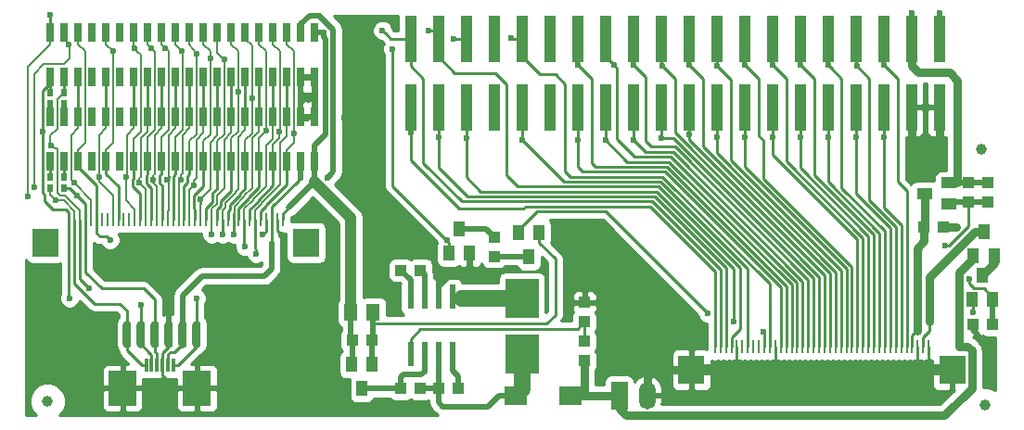
<source format=gbr>
G04 #@! TF.FileFunction,Copper,L1,Top,Signal*
%FSLAX46Y46*%
G04 Gerber Fmt 4.6, Leading zero omitted, Abs format (unit mm)*
G04 Created by KiCad (PCBNEW 4.0.2+dfsg1-stable) date  3.05.2016 (вт) 14:48:06 EEST*
%MOMM*%
G01*
G04 APERTURE LIST*
%ADD10C,0.600000*%
%ADD11R,3.048000X3.556000*%
%ADD12C,0.900000*%
%ADD13R,1.016000X1.016000*%
%ADD14R,1.270000X1.524000*%
%ADD15R,2.000000X1.700000*%
%ADD16R,1.000000X1.400000*%
%ADD17R,1.400000X1.000000*%
%ADD18R,0.700000X1.800000*%
%ADD19R,0.250000X1.300000*%
%ADD20R,2.400000X2.600000*%
%ADD21R,0.600000X2.200000*%
%ADD22R,1.000000X4.250000*%
%ADD23C,1.000000*%
%ADD24R,0.300000X1.300000*%
%ADD25R,2.500000X3.200000*%
%ADD26R,0.550000X0.700000*%
%ADD27O,0.762000X2.540000*%
%ADD28R,1.500000X2.500000*%
%ADD29O,1.500000X2.500000*%
%ADD30C,0.600000*%
%ADD31C,0.762000*%
%ADD32C,0.254000*%
%ADD33C,0.508000*%
%ADD34C,1.016000*%
%ADD35C,1.000000*%
%ADD36C,1.524000*%
%ADD37C,0.152400*%
%ADD38C,0.250000*%
%ADD39C,0.177800*%
G04 APERTURE END LIST*
D10*
D11*
X106045000Y-73660000D03*
X106045000Y-68580000D03*
D12*
X74930000Y-66802000D03*
X73787000Y-66802000D03*
X72644000Y-66802000D03*
X92583000Y-62738000D03*
X94869000Y-62738000D03*
X93726000Y-62738000D03*
X144145000Y-55626000D03*
X143002000Y-55626000D03*
D13*
X96774000Y-66040000D03*
X94996000Y-66040000D03*
D14*
X90424000Y-69850000D03*
X92456000Y-69850000D03*
D15*
X110450000Y-77470000D03*
X105450000Y-77470000D03*
D16*
X106680000Y-64770000D03*
X105724960Y-62560200D03*
X107627420Y-62560200D03*
X91440000Y-76835000D03*
X90484960Y-74625200D03*
X92387420Y-74625200D03*
D17*
X142824200Y-58994040D03*
X145034000Y-58039000D03*
X145034000Y-59941460D03*
D18*
X62992000Y-48387000D03*
X62992000Y-44323000D03*
X64262000Y-48387000D03*
X64262000Y-44323000D03*
X65532000Y-48387000D03*
X65532000Y-44323000D03*
X66802000Y-48387000D03*
X66802000Y-44323000D03*
X68072000Y-48387000D03*
X68072000Y-44323000D03*
X69342000Y-48387000D03*
X69342000Y-44323000D03*
X70612000Y-48387000D03*
X70612000Y-44323000D03*
X71882000Y-48387000D03*
X71882000Y-44323000D03*
X73152000Y-48387000D03*
X73152000Y-44323000D03*
X74422000Y-48387000D03*
X74422000Y-44323000D03*
X87122000Y-44323000D03*
X87122000Y-48387000D03*
X85852000Y-44323000D03*
X85852000Y-48387000D03*
X84582000Y-44323000D03*
X84582000Y-48387000D03*
X83312000Y-44323000D03*
X83312000Y-48387000D03*
X82042000Y-44323000D03*
X82042000Y-48387000D03*
X80772000Y-44323000D03*
X80772000Y-48387000D03*
X79502000Y-44323000D03*
X79502000Y-48387000D03*
X78232000Y-44323000D03*
X78232000Y-48387000D03*
X76962000Y-44323000D03*
X76962000Y-48387000D03*
X75692000Y-44323000D03*
X75692000Y-48387000D03*
X62992000Y-56064000D03*
X62992000Y-52000000D03*
X64262000Y-56064000D03*
X64262000Y-52000000D03*
X65532000Y-56064000D03*
X65532000Y-52000000D03*
X66802000Y-56064000D03*
X66802000Y-52000000D03*
X68072000Y-56064000D03*
X68072000Y-52000000D03*
X69342000Y-56064000D03*
X69342000Y-52000000D03*
X70612000Y-56064000D03*
X70612000Y-52000000D03*
X71882000Y-56064000D03*
X71882000Y-52000000D03*
X73152000Y-56064000D03*
X73152000Y-52000000D03*
X74422000Y-56064000D03*
X74422000Y-52000000D03*
X87122000Y-52000000D03*
X87122000Y-56064000D03*
X85852000Y-52000000D03*
X85852000Y-56064000D03*
X84582000Y-52000000D03*
X84582000Y-56064000D03*
X83312000Y-52000000D03*
X83312000Y-56064000D03*
X82042000Y-52000000D03*
X82042000Y-56064000D03*
X80772000Y-52000000D03*
X80772000Y-56064000D03*
X79502000Y-52000000D03*
X79502000Y-56064000D03*
X78232000Y-52000000D03*
X78232000Y-56064000D03*
X76962000Y-52000000D03*
X76962000Y-56064000D03*
X75692000Y-52000000D03*
X75692000Y-56064000D03*
D19*
X84210000Y-61400000D03*
X83710000Y-61400000D03*
X83210000Y-61400000D03*
X82710000Y-61400000D03*
X82210000Y-61400000D03*
X81710000Y-61400000D03*
X81210000Y-61400000D03*
X80710000Y-61400000D03*
X80210000Y-61400000D03*
X79710000Y-61400000D03*
X79210000Y-61400000D03*
X78710000Y-61400000D03*
X78210000Y-61400000D03*
X77710000Y-61400000D03*
X77210000Y-61400000D03*
X76710000Y-61400000D03*
X76210000Y-61400000D03*
X75710000Y-61400000D03*
X75210000Y-61400000D03*
X74710000Y-61400000D03*
X74210000Y-61400000D03*
X73710000Y-61400000D03*
X73210000Y-61400000D03*
X72710000Y-61400000D03*
X72210000Y-61400000D03*
X71710000Y-61400000D03*
X71210000Y-61400000D03*
X70710000Y-61400000D03*
X70210000Y-61400000D03*
X69710000Y-61400000D03*
X69210000Y-61400000D03*
X68710000Y-61400000D03*
X68210000Y-61400000D03*
X67710000Y-61400000D03*
X67210000Y-61400000D03*
X66710000Y-61400000D03*
X66210000Y-61400000D03*
X65710000Y-61400000D03*
X65210000Y-61400000D03*
X64710000Y-61400000D03*
D20*
X86360000Y-63500000D03*
X62560000Y-63500000D03*
D19*
X143175000Y-73025000D03*
X142675000Y-73025000D03*
X142175000Y-73025000D03*
X141675000Y-73025000D03*
X141175000Y-73025000D03*
X140675000Y-73025000D03*
X140175000Y-73025000D03*
X139675000Y-73025000D03*
X139175000Y-73025000D03*
X138675000Y-73025000D03*
X138175000Y-73025000D03*
X137675000Y-73025000D03*
X137175000Y-73025000D03*
X136675000Y-73025000D03*
X136175000Y-73025000D03*
X135675000Y-73025000D03*
X135175000Y-73025000D03*
X134675000Y-73025000D03*
X134175000Y-73025000D03*
X133675000Y-73025000D03*
X133175000Y-73025000D03*
X132675000Y-73025000D03*
X132175000Y-73025000D03*
X131675000Y-73025000D03*
X131175000Y-73025000D03*
X130675000Y-73025000D03*
X130175000Y-73025000D03*
X129675000Y-73025000D03*
X129175000Y-73025000D03*
X128675000Y-73025000D03*
X128175000Y-73025000D03*
X127675000Y-73025000D03*
X127175000Y-73025000D03*
X126675000Y-73025000D03*
X126175000Y-73025000D03*
X125675000Y-73025000D03*
X125175000Y-73025000D03*
X124675000Y-73025000D03*
X124175000Y-73025000D03*
X123675000Y-73025000D03*
D20*
X145325000Y-75125000D03*
X121525000Y-75125000D03*
D16*
X148079460Y-66461640D03*
X149034500Y-68671440D03*
X147132040Y-68671440D03*
X148206460Y-62524640D03*
X149161500Y-64734440D03*
X147259040Y-64734440D03*
X100330000Y-62230000D03*
X101285040Y-64439800D03*
X99382580Y-64439800D03*
D13*
X111760000Y-74295000D03*
X111760000Y-72517000D03*
X94996000Y-76835000D03*
X96774000Y-76835000D03*
X98425000Y-76835000D03*
X100203000Y-76835000D03*
X111760000Y-70739000D03*
X111760000Y-68961000D03*
X90551000Y-72390000D03*
X92329000Y-72390000D03*
X146812000Y-58039000D03*
X146812000Y-59817000D03*
X148971000Y-70993000D03*
X147193000Y-70993000D03*
X103505000Y-64770000D03*
X103505000Y-62992000D03*
D21*
X99695000Y-68460000D03*
X98425000Y-68460000D03*
X97155000Y-68460000D03*
X95885000Y-68460000D03*
X95885000Y-73660000D03*
X97155000Y-73660000D03*
X98425000Y-73660000D03*
X99695000Y-73660000D03*
D22*
X144145000Y-44875000D03*
X144145000Y-51125000D03*
X141605000Y-44875000D03*
X141605000Y-51125000D03*
X139065000Y-44875000D03*
X139065000Y-51125000D03*
X136525000Y-44875000D03*
X136525000Y-51125000D03*
X133985000Y-44875000D03*
X133985000Y-51125000D03*
X131445000Y-44875000D03*
X131445000Y-51125000D03*
X128905000Y-44875000D03*
X128905000Y-51125000D03*
X126365000Y-44875000D03*
X126365000Y-51125000D03*
X123825000Y-44875000D03*
X123825000Y-51125000D03*
X121285000Y-44875000D03*
X121285000Y-51125000D03*
X118745000Y-44875000D03*
X118745000Y-51125000D03*
X116205000Y-44875000D03*
X116205000Y-51125000D03*
X113665000Y-44875000D03*
X113665000Y-51125000D03*
X111125000Y-44875000D03*
X111125000Y-51125000D03*
X108585000Y-44875000D03*
X108585000Y-51125000D03*
X106045000Y-44875000D03*
X106045000Y-51125000D03*
X103505000Y-44875000D03*
X103505000Y-51125000D03*
X100965000Y-44875000D03*
X100965000Y-51125000D03*
X98425000Y-44875000D03*
X98425000Y-51125000D03*
X95885000Y-44875000D03*
X95885000Y-51125000D03*
D13*
X148590000Y-58039000D03*
X148590000Y-59817000D03*
D23*
X62738000Y-77978000D03*
X147955000Y-54991000D03*
X148336000Y-78359000D03*
D13*
X142748000Y-62103000D03*
X144526000Y-62103000D03*
D12*
X141859000Y-55626000D03*
D24*
X74250000Y-74704000D03*
X73750000Y-74704000D03*
X73250000Y-74704000D03*
X72750000Y-74704000D03*
X72250000Y-74704000D03*
X71750000Y-74704000D03*
D25*
X76400000Y-76804000D03*
X69600000Y-76804000D03*
D26*
X62992000Y-49784000D03*
X62992000Y-50800000D03*
X64262000Y-49784000D03*
X64262000Y-50800000D03*
X62992000Y-57531000D03*
X62992000Y-58547000D03*
X64262000Y-57531000D03*
X64262000Y-58547000D03*
D27*
X76327000Y-71882000D03*
X75057000Y-71882000D03*
X73787000Y-71882000D03*
X72517000Y-71882000D03*
X71247000Y-71882000D03*
X69977000Y-71882000D03*
D28*
X114935000Y-77470000D03*
D29*
X117475000Y-77470000D03*
D30*
X89786498Y-52060008D03*
X86469402Y-52199127D03*
X84069085Y-62795304D03*
X82381252Y-62784127D03*
X100076000Y-66294000D03*
X143256000Y-75125000D03*
X148463000Y-75184000D03*
X148844000Y-73152000D03*
X145669000Y-62103000D03*
X87980000Y-44322980D03*
X144145000Y-42545000D03*
X88268828Y-57608637D03*
X85852000Y-57608637D03*
X141605000Y-42545000D03*
X87562926Y-42731926D03*
X123047990Y-69977000D03*
X144653000Y-63754000D03*
X142118047Y-71531204D03*
X147193000Y-69850000D03*
X128047990Y-71628000D03*
X64712299Y-45394414D03*
X97536000Y-44112797D03*
X65405000Y-59161000D03*
X61536210Y-58420000D03*
X71247000Y-69215000D03*
X64770000Y-68580000D03*
X95885000Y-53422019D03*
X62314999Y-53340000D03*
X63515273Y-59631490D03*
X93320424Y-44112789D03*
X62992000Y-42672000D03*
X60960000Y-59309000D03*
X76327000Y-68580000D03*
X66548000Y-67691000D03*
X98425000Y-53876029D03*
X63045386Y-54651862D03*
X65153534Y-58035424D03*
X100965000Y-53982009D03*
X146858009Y-66802000D03*
X125349000Y-70739000D03*
X68453000Y-63246000D03*
X99187000Y-63257030D03*
X94222646Y-45791739D03*
X99797354Y-44896599D03*
X67445799Y-57531000D03*
X106045000Y-54102000D03*
X68707000Y-46031021D03*
X105029000Y-44831000D03*
X72380070Y-57799737D03*
X116205000Y-54102000D03*
X73496600Y-45720000D03*
X116205000Y-47254000D03*
X73634091Y-57785000D03*
X118745000Y-53975000D03*
X75020600Y-45974000D03*
X118872000Y-47381000D03*
X72190685Y-45730055D03*
X114427000Y-47262000D03*
X71122095Y-58039274D03*
X113665000Y-54102000D03*
X69913543Y-57503894D03*
X111125000Y-54102000D03*
X70676653Y-45754161D03*
X111125000Y-47254000D03*
X79756000Y-62738000D03*
X133985000Y-53848000D03*
X82673232Y-53313425D03*
X133985000Y-47254000D03*
X83924585Y-53330109D03*
X136652000Y-47381000D03*
X80772000Y-63881000D03*
X136525000Y-53848000D03*
X81788000Y-64516000D03*
X139065000Y-53848000D03*
X85209396Y-53553834D03*
X139065000Y-47239580D03*
X81399010Y-50292000D03*
X131445000Y-47254000D03*
X78740000Y-62738000D03*
X131445000Y-53848000D03*
X80129010Y-49703993D03*
X128905000Y-47254000D03*
X77724000Y-62738000D03*
X128905000Y-53848000D03*
X78858862Y-46755708D03*
X126365000Y-47254000D03*
X76700048Y-59520399D03*
X126365000Y-53848000D03*
X77588201Y-46674020D03*
X123825000Y-47364525D03*
X76095386Y-58284148D03*
X123825000Y-53866863D03*
X76318201Y-46220010D03*
X121285000Y-47254000D03*
X74888112Y-57745621D03*
X121285000Y-53630135D03*
D31*
X114935000Y-77470000D02*
X111760000Y-77470000D01*
X111760000Y-77470000D02*
X110450000Y-77470000D01*
X111760000Y-74295000D02*
X111760000Y-75565000D01*
X111760000Y-75565000D02*
X111760000Y-77470000D01*
X147259040Y-64734440D02*
X147259040Y-64934440D01*
X147259040Y-64934440D02*
X145976999Y-66216481D01*
X145976999Y-66216481D02*
X145976999Y-72981801D01*
X145976999Y-72981801D02*
X146727603Y-72981801D01*
X146727603Y-72981801D02*
X147106001Y-73360199D01*
X144599990Y-79301010D02*
X115565549Y-79301010D01*
X147106001Y-73360199D02*
X147106001Y-76794999D01*
X147106001Y-76794999D02*
X144599990Y-79301010D01*
X115565549Y-79301010D02*
X114935000Y-78670461D01*
X114935000Y-78670461D02*
X114935000Y-77470000D01*
D32*
X73787000Y-73025000D02*
X73250000Y-73562000D01*
X73250000Y-73562000D02*
X73250000Y-74704000D01*
X73787000Y-71882000D02*
X73787000Y-73025000D01*
D33*
X73787000Y-66802000D02*
X73787000Y-71882000D01*
D32*
X69600000Y-76804000D02*
X76400000Y-76804000D01*
X73250000Y-74704000D02*
X73250000Y-75608000D01*
X73250000Y-75608000D02*
X74446000Y-76804000D01*
X74446000Y-76804000D02*
X76400000Y-76804000D01*
D33*
X86469402Y-52199127D02*
X86469402Y-52017598D01*
X86469402Y-52017598D02*
X86487000Y-52000000D01*
X87122000Y-52000000D02*
X85852000Y-52000000D01*
X87122000Y-48387000D02*
X87122000Y-52000000D01*
X85852000Y-48387000D02*
X87122000Y-48387000D01*
X85852000Y-48387000D02*
X85852000Y-52000000D01*
D31*
X144526000Y-62103000D02*
X145669000Y-62103000D01*
D33*
X86487000Y-52000000D02*
X87122000Y-52000000D01*
X85852000Y-52000000D02*
X86487000Y-52000000D01*
D32*
X83769086Y-62495305D02*
X84069085Y-62795304D01*
X83710000Y-62436219D02*
X83769086Y-62495305D01*
X83710000Y-61400000D02*
X83710000Y-62436219D01*
X82681251Y-62484128D02*
X82381252Y-62784127D01*
X82710000Y-62455379D02*
X82681251Y-62484128D01*
X82710000Y-61400000D02*
X82710000Y-62455379D01*
D33*
X100076000Y-66294000D02*
X100711000Y-66294000D01*
X99643798Y-66294000D02*
X100076000Y-66294000D01*
X100711000Y-66294000D02*
X101285040Y-65719960D01*
X101285040Y-65719960D02*
X101285040Y-64439800D01*
X98425000Y-68460000D02*
X98425000Y-67512798D01*
X98425000Y-67512798D02*
X99643798Y-66294000D01*
X147193000Y-70993000D02*
X147193000Y-71501000D01*
X147193000Y-71501000D02*
X148844000Y-73152000D01*
D31*
X148844000Y-73152000D02*
X148844000Y-74803000D01*
X148844000Y-74803000D02*
X148463000Y-75184000D01*
X117475000Y-77470000D02*
X117475000Y-75819000D01*
X117475000Y-75819000D02*
X118169000Y-75125000D01*
X118169000Y-75125000D02*
X121525000Y-75125000D01*
X144145000Y-54102000D02*
X144145000Y-51125000D01*
X143637000Y-54610000D02*
X144145000Y-54102000D01*
X142203000Y-54610000D02*
X143637000Y-54610000D01*
X141605000Y-51125000D02*
X141605000Y-54012000D01*
X141605000Y-54012000D02*
X142203000Y-54610000D01*
D34*
X145325000Y-75125000D02*
X143256000Y-75125000D01*
X143256000Y-75125000D02*
X142113000Y-75125000D01*
D32*
X143175000Y-73025000D02*
X143175000Y-75044000D01*
X143175000Y-75044000D02*
X143256000Y-75125000D01*
D34*
X142113000Y-75125000D02*
X129159000Y-75125000D01*
D32*
X142175000Y-73025000D02*
X142175000Y-75063000D01*
X142175000Y-75063000D02*
X142113000Y-75125000D01*
D34*
X129159000Y-75125000D02*
X125730000Y-75125000D01*
D32*
X129175000Y-73025000D02*
X129175000Y-75109000D01*
X129175000Y-75109000D02*
X129159000Y-75125000D01*
D34*
X125730000Y-75125000D02*
X121525000Y-75125000D01*
D32*
X125675000Y-73025000D02*
X125675000Y-75070000D01*
X125675000Y-75070000D02*
X125730000Y-75125000D01*
D33*
X97155000Y-68460000D02*
X97155000Y-66421000D01*
X97155000Y-66421000D02*
X96774000Y-66040000D01*
X95885000Y-68460000D02*
X95885000Y-66929000D01*
X95885000Y-66929000D02*
X94996000Y-66040000D01*
D35*
X90424000Y-61265000D02*
X90424000Y-69850000D01*
X87122000Y-57963000D02*
X90424000Y-61265000D01*
D33*
X87122000Y-44323000D02*
X87122020Y-44322980D01*
X87122000Y-54656000D02*
X88138000Y-53640000D01*
X87980000Y-44747244D02*
X87980000Y-44322980D01*
X88138000Y-44905244D02*
X87980000Y-44747244D01*
X87555736Y-44322980D02*
X87980000Y-44322980D01*
X87122000Y-56064000D02*
X87122000Y-54656000D01*
X87122020Y-44322980D02*
X87555736Y-44322980D01*
X88138000Y-53640000D02*
X88138000Y-44905244D01*
X144145000Y-44875000D02*
X144145000Y-42545000D01*
D32*
X84210000Y-60875000D02*
X84760000Y-60325000D01*
D33*
X87122000Y-57963000D02*
X84760000Y-60325000D01*
X87122000Y-56064000D02*
X87122000Y-57963000D01*
D32*
X84210000Y-61400000D02*
X84210000Y-60875000D01*
D33*
X90424000Y-69850000D02*
X90424000Y-72263000D01*
X90424000Y-72263000D02*
X90551000Y-72390000D01*
X90551000Y-72390000D02*
X90551000Y-74559160D01*
X90551000Y-74559160D02*
X90484960Y-74625200D01*
D32*
X107627420Y-62560200D02*
X107627420Y-63514200D01*
X107627420Y-63514200D02*
X109093000Y-64979780D01*
X109093000Y-64979780D02*
X109093000Y-70104000D01*
X109093000Y-70104000D02*
X108314483Y-70882517D01*
X108314483Y-70882517D02*
X92599517Y-70882517D01*
X92599517Y-70882517D02*
X92456000Y-70739000D01*
D33*
X92456000Y-69850000D02*
X92456000Y-70739000D01*
X92456000Y-70739000D02*
X92456000Y-72263000D01*
X92456000Y-72263000D02*
X92329000Y-72390000D01*
X92329000Y-72390000D02*
X92329000Y-74566780D01*
X92329000Y-74566780D02*
X92387420Y-74625200D01*
D32*
X75057000Y-71882000D02*
X75057000Y-72771000D01*
X75057000Y-72771000D02*
X74348990Y-73479010D01*
X73975056Y-73479010D02*
X73750000Y-73704066D01*
X74348990Y-73479010D02*
X73975056Y-73479010D01*
X73750000Y-73704066D02*
X73750000Y-74704000D01*
D33*
X83210000Y-63475000D02*
X83210000Y-65888000D01*
X83210000Y-65888000D02*
X82550000Y-66548000D01*
X82550000Y-66548000D02*
X76835000Y-66548000D01*
X76835000Y-66548000D02*
X75057000Y-68326000D01*
X75057000Y-68326000D02*
X75057000Y-71882000D01*
X88846010Y-57031455D02*
X88568827Y-57308638D01*
D32*
X85552001Y-57908636D02*
X85852000Y-57608637D01*
X83210000Y-61400000D02*
X83210000Y-60250637D01*
D33*
X88846010Y-44015010D02*
X88846010Y-57031455D01*
D32*
X83210000Y-60250637D02*
X85552001Y-57908636D01*
D33*
X88568827Y-57308638D02*
X88268828Y-57608637D01*
X87562926Y-42731926D02*
X88846010Y-44015010D01*
X85852000Y-56064000D02*
X85852000Y-57608637D01*
D32*
X83210000Y-61400000D02*
X83210000Y-63475000D01*
D33*
X141605000Y-42545000D02*
X141605000Y-44875000D01*
X85852000Y-44323000D02*
X85852000Y-43525798D01*
X85852000Y-43525798D02*
X86645872Y-42731926D01*
X86645872Y-42731926D02*
X87562926Y-42731926D01*
D31*
X141605000Y-44875000D02*
X141605000Y-47342036D01*
X141605000Y-47342036D02*
X142238025Y-47975061D01*
X142238025Y-47975061D02*
X145094202Y-47975061D01*
X145094202Y-47975061D02*
X145796000Y-48676859D01*
X145796000Y-48676859D02*
X145796000Y-58039000D01*
D33*
X146812000Y-58039000D02*
X145796000Y-58039000D01*
X145796000Y-58039000D02*
X145034000Y-58039000D01*
X148590000Y-58039000D02*
X146812000Y-58039000D01*
D32*
X113722545Y-60651555D02*
X107433605Y-60651555D01*
X105724960Y-62360200D02*
X105724960Y-62560200D01*
X123047990Y-69977000D02*
X113722545Y-60651555D01*
X107433605Y-60651555D02*
X105724960Y-62360200D01*
X146812000Y-59817000D02*
X146812000Y-61961277D01*
X146812000Y-61961277D02*
X145019277Y-63754000D01*
X145019277Y-63754000D02*
X144653000Y-63754000D01*
D33*
X146812000Y-59817000D02*
X145158460Y-59817000D01*
X145158460Y-59817000D02*
X145034000Y-59941460D01*
X148590000Y-59817000D02*
X146812000Y-59817000D01*
X98806000Y-78486000D02*
X98425000Y-78105000D01*
X98425000Y-78105000D02*
X98425000Y-76835000D01*
X102926000Y-78486000D02*
X98806000Y-78486000D01*
X105450000Y-77470000D02*
X103942000Y-77470000D01*
X103942000Y-77470000D02*
X102926000Y-78486000D01*
X98425000Y-73660000D02*
X98425000Y-76835000D01*
X96774000Y-76835000D02*
X98425000Y-76835000D01*
D36*
X106045000Y-73660000D02*
X106045000Y-76875000D01*
X106045000Y-76875000D02*
X105450000Y-77470000D01*
D33*
X103505000Y-64770000D02*
X106680000Y-64770000D01*
X91440000Y-76835000D02*
X94996000Y-76835000D01*
X97155000Y-73660000D02*
X97155000Y-75268000D01*
X97155000Y-75268000D02*
X96858000Y-75565000D01*
X96858000Y-75565000D02*
X95250000Y-75565000D01*
X95250000Y-75565000D02*
X94996000Y-75819000D01*
X94996000Y-75819000D02*
X94996000Y-76835000D01*
D32*
X141675000Y-73025000D02*
X141675000Y-71974251D01*
X141818048Y-71831203D02*
X142118047Y-71531204D01*
X141675000Y-71974251D02*
X141818048Y-71831203D01*
D31*
X142118047Y-64002953D02*
X142118047Y-71531204D01*
X142748000Y-62103000D02*
X142748000Y-63373000D01*
X142748000Y-63373000D02*
X142118047Y-64002953D01*
X142824200Y-58994040D02*
X142824200Y-62026800D01*
X142824200Y-62026800D02*
X142748000Y-62103000D01*
D32*
X147193000Y-69850000D02*
X147193000Y-68732400D01*
X147193000Y-68732400D02*
X147132040Y-68671440D01*
X128175000Y-73025000D02*
X128175000Y-71755010D01*
X128175000Y-71755010D02*
X128047990Y-71628000D01*
D33*
X99695000Y-68460000D02*
X100503000Y-68460000D01*
X100503000Y-68460000D02*
X100584000Y-68541000D01*
X100584000Y-68541000D02*
X100584000Y-68580000D01*
D36*
X106045000Y-68580000D02*
X100584000Y-68580000D01*
D32*
X72517000Y-73406000D02*
X72750000Y-73639000D01*
X72750000Y-73639000D02*
X72750000Y-74704000D01*
X72517000Y-71882000D02*
X72517000Y-73406000D01*
X66210000Y-61400000D02*
X66210000Y-66210000D01*
X66210000Y-66210000D02*
X67691000Y-67691000D01*
X67691000Y-67691000D02*
X71501000Y-67691000D01*
X71501000Y-67691000D02*
X72517000Y-68707000D01*
X72517000Y-68707000D02*
X72517000Y-71882000D01*
X125175000Y-73025000D02*
X125220990Y-72979010D01*
X125980249Y-71070827D02*
X125980249Y-65836278D01*
X104648000Y-49054398D02*
X103599602Y-48006000D01*
X98425000Y-46500000D02*
X98425000Y-44875000D01*
X125980249Y-65836278D02*
X118525472Y-58381501D01*
X99931000Y-48006000D02*
X98425000Y-46500000D01*
X103599602Y-48006000D02*
X99931000Y-48006000D01*
X125987793Y-71078371D02*
X125980249Y-71070827D01*
X125987793Y-71348605D02*
X125987793Y-71078371D01*
X125222999Y-72113399D02*
X125987793Y-71348605D01*
X125220990Y-72836943D02*
X125222999Y-72834934D01*
X125222999Y-72834934D02*
X125222999Y-72113399D01*
X118525472Y-58381501D02*
X105694675Y-58381501D01*
X125220990Y-72979010D02*
X125220990Y-72836943D01*
X105694675Y-58381501D02*
X104648000Y-57334826D01*
X104648000Y-57334826D02*
X104648000Y-49054398D01*
X98425000Y-44875000D02*
X98425000Y-44190138D01*
X98425000Y-44190138D02*
X98347659Y-44112797D01*
X98347659Y-44112797D02*
X97536000Y-44112797D01*
D37*
X64262000Y-44873000D02*
X64712299Y-45394414D01*
X64712299Y-45394414D02*
X64764400Y-45375400D01*
D32*
X64791000Y-58547000D02*
X65405000Y-59161000D01*
X65405000Y-59161000D02*
X66210000Y-59966000D01*
D37*
X64262000Y-44323000D02*
X64262000Y-44873000D01*
X64764400Y-45375400D02*
X64764400Y-46708399D01*
X64764400Y-46708399D02*
X64262000Y-47210799D01*
X64262000Y-47210799D02*
X62421039Y-47210799D01*
X61536210Y-48095628D02*
X61536210Y-58420000D01*
X62421039Y-47210799D02*
X61536210Y-48095628D01*
D32*
X64262000Y-58547000D02*
X64791000Y-58547000D01*
X66210000Y-59966000D02*
X66210000Y-60496000D01*
X66210000Y-60496000D02*
X66210000Y-61400000D01*
X72062990Y-73594057D02*
X72250000Y-73781067D01*
X72250000Y-73781067D02*
X72250000Y-74704000D01*
X71247000Y-71882000D02*
X71247000Y-72771000D01*
X71247000Y-72771000D02*
X72062990Y-73586990D01*
X72062990Y-73586990D02*
X72062990Y-73594057D01*
X71247000Y-69215000D02*
X71247000Y-71882000D01*
X64710000Y-67008773D02*
X64710000Y-68520000D01*
X64710000Y-68520000D02*
X64770000Y-68580000D01*
X64710000Y-61400000D02*
X64710000Y-67008773D01*
X123675000Y-72121000D02*
X123675000Y-73025000D01*
X117773253Y-60197554D02*
X123675000Y-66099301D01*
X106198634Y-60418298D02*
X106419378Y-60197554D01*
X100345343Y-60418298D02*
X106198634Y-60418298D01*
X95885000Y-53848000D02*
X95885000Y-55957955D01*
X95885000Y-55957955D02*
X100345343Y-60418298D01*
X123675000Y-66099301D02*
X123675000Y-72121000D01*
X106419378Y-60197554D02*
X117773253Y-60197554D01*
X95885000Y-53848000D02*
X95885000Y-53422019D01*
X62314999Y-49614001D02*
X62314999Y-53340000D01*
X62314999Y-53340000D02*
X62314999Y-58983601D01*
X95885000Y-51125000D02*
X95885000Y-53848000D01*
X62992000Y-48387000D02*
X62992000Y-48937000D01*
X64441499Y-60444259D02*
X64710000Y-60712762D01*
X62992000Y-48937000D02*
X62314999Y-49614001D01*
X64710000Y-60712762D02*
X64710000Y-61400000D01*
X62314999Y-58983601D02*
X62455399Y-59124001D01*
X62455399Y-59124001D02*
X62455399Y-59680688D01*
X63218970Y-60444259D02*
X64441499Y-60444259D01*
X62455399Y-59680688D02*
X63218970Y-60444259D01*
D38*
X62992000Y-48387000D02*
X62992000Y-49784000D01*
D39*
X64236512Y-59631490D02*
X63939537Y-59631490D01*
X65210000Y-61400000D02*
X65210000Y-60604978D01*
X63939537Y-59631490D02*
X63515273Y-59631490D01*
X62992000Y-58547000D02*
X62992000Y-59108217D01*
X63215274Y-59331491D02*
X63515273Y-59631490D01*
X65210000Y-60604978D02*
X64236512Y-59631490D01*
X62992000Y-59108217D02*
X63215274Y-59331491D01*
D32*
X69977000Y-71882000D02*
X69977000Y-73335000D01*
X69977000Y-73335000D02*
X71346000Y-74704000D01*
X71346000Y-74704000D02*
X71750000Y-74704000D01*
X65210000Y-61400000D02*
X65210000Y-67280962D01*
X65210000Y-67280962D02*
X67017038Y-69088000D01*
X67017038Y-69088000D02*
X69342000Y-69088000D01*
X69342000Y-69088000D02*
X69977000Y-69723000D01*
X69977000Y-69723000D02*
X69977000Y-71882000D01*
X95885000Y-47254000D02*
X95885000Y-44875000D01*
X95885000Y-47371000D02*
X95885000Y-47254000D01*
X97028000Y-48514000D02*
X95885000Y-47371000D01*
X97028000Y-56195376D02*
X97028000Y-48514000D01*
X124175000Y-73025000D02*
X124175000Y-65957233D01*
X100576157Y-59743533D02*
X97028000Y-56195376D01*
X124175000Y-65957233D02*
X117961300Y-59743533D01*
X117961300Y-59743533D02*
X100576157Y-59743533D01*
X94082635Y-44875000D02*
X93620423Y-44412788D01*
X95885000Y-44875000D02*
X94082635Y-44875000D01*
X93620423Y-44412788D02*
X93320424Y-44112789D01*
X62992000Y-42672000D02*
X62992000Y-44323000D01*
D37*
X62992000Y-44323000D02*
X62992000Y-45375400D01*
X62992000Y-45375400D02*
X60960000Y-47407400D01*
X60960000Y-47407400D02*
X60960000Y-59309000D01*
X63635799Y-58942961D02*
X63635799Y-55090206D01*
X63871093Y-59178255D02*
X63635799Y-58942961D01*
X65710000Y-60588636D02*
X64299619Y-59178255D01*
X63635799Y-55090206D02*
X63618201Y-55072608D01*
X63433392Y-54887799D02*
X63119000Y-54573407D01*
X65710000Y-61400000D02*
X65710000Y-60588636D01*
X64299619Y-59178255D02*
X63871093Y-59178255D01*
X63618201Y-55072608D02*
X63618201Y-54943039D01*
X63618201Y-54943039D02*
X63562961Y-54887799D01*
X63562961Y-54887799D02*
X63433392Y-54887799D01*
D32*
X74250000Y-74704000D02*
X74654000Y-74704000D01*
X74654000Y-74704000D02*
X76327000Y-73031000D01*
X76327000Y-73031000D02*
X76327000Y-71882000D01*
X76327000Y-68580000D02*
X76327000Y-71882000D01*
X65710000Y-66479966D02*
X65710000Y-66853000D01*
X65710000Y-66853000D02*
X66548000Y-67691000D01*
X65710000Y-61400000D02*
X65710000Y-66479966D01*
X74268414Y-74422000D02*
X74250000Y-74440414D01*
X74250000Y-74440414D02*
X74250000Y-74704000D01*
X98425000Y-53975000D02*
X98425000Y-56630198D01*
X101084324Y-59289522D02*
X118149357Y-59289522D01*
X118149357Y-59289522D02*
X124675000Y-65815165D01*
X124675000Y-72121000D02*
X124675000Y-73025000D01*
X98425000Y-56630198D02*
X101084324Y-59289522D01*
X124675000Y-65815165D02*
X124675000Y-72121000D01*
X98425000Y-53975000D02*
X98425000Y-53876029D01*
D37*
X63119000Y-54573407D02*
X62992000Y-54446407D01*
D32*
X63119000Y-54573407D02*
X63119000Y-54578248D01*
X63119000Y-54578248D02*
X63045386Y-54651862D01*
D37*
X62992000Y-54446407D02*
X62992000Y-53721000D01*
X62992000Y-53721000D02*
X63635799Y-53077201D01*
X63635799Y-53077201D02*
X63635799Y-50385201D01*
X63635799Y-50385201D02*
X64237000Y-49784000D01*
X64237000Y-49784000D02*
X64262000Y-49784000D01*
D32*
X98425000Y-51125000D02*
X98425000Y-53975000D01*
D38*
X64262000Y-48387000D02*
X64262000Y-49784000D01*
D32*
X65532000Y-48387000D02*
X65532000Y-52000000D01*
X100965000Y-53975000D02*
X100965000Y-57500536D01*
X125349000Y-65847097D02*
X125349000Y-70314736D01*
X100965000Y-57500536D02*
X102299975Y-58835511D01*
X102299975Y-58835511D02*
X118337414Y-58835511D01*
X118337414Y-58835511D02*
X125349000Y-65847097D01*
X125349000Y-70314736D02*
X125349000Y-70739000D01*
D37*
X64897000Y-57785000D02*
X65153534Y-58035424D01*
X65153534Y-58035424D02*
X66710000Y-59598000D01*
D32*
X100965000Y-51125000D02*
X100965000Y-53975000D01*
X100965000Y-53975000D02*
X100965000Y-53982009D01*
D37*
X66710000Y-59598000D02*
X66710000Y-61400000D01*
X64897000Y-53687400D02*
X64897000Y-57785000D01*
X65532000Y-52000000D02*
X65532000Y-53052400D01*
X65532000Y-53052400D02*
X64897000Y-53687400D01*
D32*
X146858009Y-66802000D02*
X146858009Y-67226264D01*
X146858009Y-67226264D02*
X147276184Y-67644439D01*
X147276184Y-67644439D02*
X148207499Y-67644439D01*
X148207499Y-67644439D02*
X149034500Y-68471440D01*
X149034500Y-68471440D02*
X149034500Y-68671440D01*
D33*
X149034500Y-68671440D02*
X149034500Y-70929500D01*
X149034500Y-70929500D02*
X148971000Y-70993000D01*
D32*
X67518001Y-62946001D02*
X67210000Y-62638000D01*
X67210000Y-62638000D02*
X67210000Y-61400000D01*
X68453000Y-63246000D02*
X68153001Y-62946001D01*
X68153001Y-62946001D02*
X67518001Y-62946001D01*
X99142780Y-63246000D02*
X94222646Y-58325866D01*
X99142780Y-63246000D02*
X99175970Y-63246000D01*
X99382580Y-63485800D02*
X99142780Y-63246000D01*
X99175970Y-63246000D02*
X99187000Y-63257030D01*
X94222646Y-46216003D02*
X94222646Y-45791739D01*
X94222646Y-58325866D02*
X94222646Y-46216003D01*
X99382580Y-64439800D02*
X99382580Y-63485800D01*
D37*
X65532000Y-44323000D02*
X65532000Y-45375400D01*
X65532000Y-45375400D02*
X66158201Y-46001601D01*
X66158201Y-46001601D02*
X66158201Y-54385399D01*
X66158201Y-54385399D02*
X65532000Y-55011600D01*
X65532000Y-55011600D02*
X65532000Y-56064000D01*
D32*
X99818953Y-44875000D02*
X99797354Y-44896599D01*
X100965000Y-44875000D02*
X99818953Y-44875000D01*
X65532000Y-56064000D02*
X65532000Y-56614000D01*
X67210000Y-60496000D02*
X67210000Y-61400000D01*
X65532000Y-56614000D02*
X67210000Y-58292000D01*
X67210000Y-58292000D02*
X67210000Y-60496000D01*
X68072000Y-48387000D02*
X68072000Y-52000000D01*
X118713538Y-57927499D02*
X126675000Y-65888961D01*
X126675000Y-72121000D02*
X126675000Y-73025000D01*
X126675000Y-65888961D02*
X126675000Y-72121000D01*
X106045000Y-54102000D02*
X109870499Y-57927499D01*
X109870499Y-57927499D02*
X118713538Y-57927499D01*
D37*
X67445799Y-53678601D02*
X67445799Y-57531000D01*
X67445799Y-57531000D02*
X67445799Y-57957574D01*
D32*
X106045000Y-51125000D02*
X106045000Y-54102000D01*
D37*
X68072000Y-52000000D02*
X68072000Y-53052400D01*
X68072000Y-53052400D02*
X67445799Y-53678601D01*
X67445799Y-57957574D02*
X68710000Y-59221775D01*
X68710000Y-59221775D02*
X68710000Y-61400000D01*
D32*
X106045000Y-44875000D02*
X106045000Y-46500000D01*
X110474831Y-57473488D02*
X118901595Y-57473488D01*
X128675000Y-72121000D02*
X128675000Y-73025000D01*
X128675000Y-67246893D02*
X128675000Y-72121000D01*
X118901595Y-57473488D02*
X128675000Y-67246893D01*
X109982000Y-56980657D02*
X110474831Y-57473488D01*
X109982000Y-49022000D02*
X109982000Y-56980657D01*
X106045000Y-46500000D02*
X107678000Y-48133000D01*
X107678000Y-48133000D02*
X109093000Y-48133000D01*
X109093000Y-48133000D02*
X109982000Y-49022000D01*
X106045000Y-44875000D02*
X105073000Y-44875000D01*
X105073000Y-44875000D02*
X105029000Y-44831000D01*
D37*
X68072000Y-44323000D02*
X68072000Y-45375400D01*
X68072000Y-45375400D02*
X68698201Y-46001601D01*
X68698201Y-46001601D02*
X68698201Y-54385399D01*
X68698201Y-54385399D02*
X68072000Y-55011600D01*
X68072000Y-55011600D02*
X68072000Y-56064000D01*
D32*
X68072000Y-56064000D02*
X68072000Y-57218000D01*
X68072000Y-57218000D02*
X69210000Y-58356000D01*
X69210000Y-60496000D02*
X69210000Y-61400000D01*
X69210000Y-58356000D02*
X69210000Y-60496000D01*
X73152000Y-48387000D02*
X73152000Y-52000000D01*
D37*
X72710000Y-58363051D02*
X72380070Y-58033121D01*
X72710000Y-61400000D02*
X72710000Y-58363051D01*
X73152000Y-53052400D02*
X72516971Y-53687429D01*
X72516971Y-57238572D02*
X72380070Y-57375473D01*
X72516971Y-53687429D02*
X72516971Y-57238572D01*
X72380070Y-58033121D02*
X72380070Y-57799737D01*
X73152000Y-52000000D02*
X73152000Y-53052400D01*
X72380070Y-57375473D02*
X72380070Y-57799737D01*
D32*
X131675000Y-72121000D02*
X131675000Y-73025000D01*
X117306433Y-55203433D02*
X119841880Y-55203433D01*
X116205000Y-54102000D02*
X117306433Y-55203433D01*
X131675000Y-67036553D02*
X131675000Y-72121000D01*
X119841880Y-55203433D02*
X131675000Y-67036553D01*
X116205000Y-51125000D02*
X116205000Y-54102000D01*
X73152000Y-57218000D02*
X73007090Y-57362910D01*
X73210000Y-58288871D02*
X73210000Y-60496000D01*
X73007090Y-58085961D02*
X73210000Y-58288871D01*
X73007090Y-57362910D02*
X73007090Y-58085961D01*
X73210000Y-60496000D02*
X73210000Y-61400000D01*
X73152000Y-56064000D02*
X73152000Y-57218000D01*
X132175000Y-66894485D02*
X132175000Y-72121000D01*
X132175000Y-72121000D02*
X132175000Y-73025000D01*
X120029937Y-54749422D02*
X132175000Y-66894485D01*
X117338000Y-54213080D02*
X117874342Y-54749422D01*
X117338000Y-48387000D02*
X117338000Y-54213080D01*
X116205000Y-47254000D02*
X117338000Y-48387000D01*
X117874342Y-54749422D02*
X120029937Y-54749422D01*
D37*
X73152000Y-45375400D02*
X73496600Y-45720000D01*
X73496600Y-45720000D02*
X73778201Y-46001601D01*
X73152000Y-44323000D02*
X73152000Y-45375400D01*
X73152000Y-55011600D02*
X73152000Y-56064000D01*
X73778201Y-46001601D02*
X73778201Y-53197817D01*
X73778201Y-53197817D02*
X73152000Y-53824018D01*
X73152000Y-53824018D02*
X73152000Y-55011600D01*
D32*
X116205000Y-44875000D02*
X116205000Y-47254000D01*
X74422000Y-48387000D02*
X74422000Y-52000000D01*
X73795799Y-57404000D02*
X73795799Y-57623292D01*
X73795799Y-57623292D02*
X73634091Y-57785000D01*
X73795799Y-57785000D02*
X73634091Y-57785000D01*
X132675000Y-73025000D02*
X132675000Y-66752417D01*
X119897583Y-53975000D02*
X119169264Y-53975000D01*
X132675000Y-66752417D02*
X119897583Y-53975000D01*
X119169264Y-53975000D02*
X118745000Y-53975000D01*
D37*
X73795799Y-60511801D02*
X73795799Y-57785000D01*
X73795799Y-57404000D02*
X73795799Y-53678601D01*
D32*
X118745000Y-53975000D02*
X118745000Y-51125000D01*
D37*
X73710000Y-61400000D02*
X73710000Y-60597600D01*
X73710000Y-60597600D02*
X73795799Y-60511801D01*
X73795799Y-53678601D02*
X74422000Y-53052400D01*
X74422000Y-53052400D02*
X74422000Y-52000000D01*
D32*
X74422000Y-57218000D02*
X74261111Y-57378889D01*
X74261111Y-60444889D02*
X74210000Y-60496000D01*
X74422000Y-56064000D02*
X74422000Y-57218000D01*
X74261111Y-57378889D02*
X74261111Y-60444889D01*
X74210000Y-60496000D02*
X74210000Y-61400000D01*
X133175000Y-72121000D02*
X133175000Y-73025000D01*
X120035707Y-53471056D02*
X133175000Y-66610349D01*
X133175000Y-66610349D02*
X133175000Y-72121000D01*
X120035707Y-48544707D02*
X120035707Y-53471056D01*
X118872000Y-47381000D02*
X120035707Y-48544707D01*
D37*
X74422000Y-45375400D02*
X75020600Y-45974000D01*
X75020600Y-45974000D02*
X75048201Y-46001601D01*
D32*
X118745000Y-47254000D02*
X118872000Y-47381000D01*
D37*
X74422000Y-44323000D02*
X74422000Y-45375400D01*
X75048201Y-46001601D02*
X75048201Y-53197816D01*
X75048201Y-53197816D02*
X74422000Y-53824017D01*
X74422000Y-53824017D02*
X74422000Y-55011600D01*
X74422000Y-55011600D02*
X74422000Y-56064000D01*
D32*
X118745000Y-44875000D02*
X118745000Y-47254000D01*
X72210000Y-60496000D02*
X72210000Y-61400000D01*
X71882000Y-57218000D02*
X71749115Y-57350885D01*
X71749115Y-57350885D02*
X71749115Y-58095821D01*
X72210000Y-58556706D02*
X72210000Y-60496000D01*
X71749115Y-58095821D02*
X72210000Y-58556706D01*
X71882000Y-56064000D02*
X71882000Y-57218000D01*
X114427000Y-47262000D02*
X114726999Y-47561999D01*
X119653823Y-55657444D02*
X131175000Y-67178621D01*
X116352969Y-55657444D02*
X119653823Y-55657444D01*
X114726999Y-47561999D02*
X114726999Y-54031474D01*
X114726999Y-54031474D02*
X116352969Y-55657444D01*
X131175000Y-67178621D02*
X131175000Y-72121000D01*
X131175000Y-72121000D02*
X131175000Y-73025000D01*
D37*
X72512664Y-46052034D02*
X72490684Y-46030054D01*
X71882000Y-53824017D02*
X72512664Y-53193353D01*
X71882000Y-44323000D02*
X71882000Y-45421370D01*
X72490684Y-46030054D02*
X72190685Y-45730055D01*
X72512664Y-53193353D02*
X72512664Y-46052034D01*
X71882000Y-45421370D02*
X71890686Y-45430056D01*
X71882000Y-56064000D02*
X71882000Y-53824017D01*
X71890686Y-45430056D02*
X72190685Y-45730055D01*
D32*
X113665000Y-46500000D02*
X114427000Y-47262000D01*
X113665000Y-44875000D02*
X113665000Y-46500000D01*
X71882000Y-48387000D02*
X71882000Y-52000000D01*
D37*
X71245514Y-58039274D02*
X71122095Y-58039274D01*
X71882000Y-52000000D02*
X71882000Y-53325634D01*
X71245514Y-58162446D02*
X71245514Y-58039274D01*
X71710000Y-61400000D02*
X71710000Y-58626932D01*
X71242882Y-53964752D02*
X71242882Y-57494223D01*
X71242882Y-57494223D02*
X71122095Y-57615010D01*
X71710000Y-58626932D02*
X71245514Y-58162446D01*
X71122095Y-57615010D02*
X71122095Y-58039274D01*
X71882000Y-53325634D02*
X71242882Y-53964752D01*
D32*
X115674455Y-56111455D02*
X119465766Y-56111455D01*
X130675000Y-72121000D02*
X130675000Y-73025000D01*
X119465766Y-56111455D02*
X130675000Y-67320689D01*
X113665000Y-54102000D02*
X115674455Y-56111455D01*
X130675000Y-67320689D02*
X130675000Y-72121000D01*
X113665000Y-51125000D02*
X113665000Y-54102000D01*
X70612000Y-48387000D02*
X70612000Y-52000000D01*
D37*
X69913543Y-59646874D02*
X69913543Y-57928158D01*
X70710000Y-60443331D02*
X69913543Y-59646874D01*
X70612000Y-52000000D02*
X70612000Y-53052400D01*
X70710000Y-61400000D02*
X70710000Y-60443331D01*
X69968201Y-53696199D02*
X69968201Y-57449236D01*
X69968201Y-57449236D02*
X69913543Y-57503894D01*
X70612000Y-53052400D02*
X69968201Y-53696199D01*
X69913543Y-57928158D02*
X69913543Y-57503894D01*
D32*
X111125000Y-54229000D02*
X111125000Y-56538893D01*
X119089652Y-57019477D02*
X129675000Y-67604825D01*
X111125000Y-56538893D02*
X111605584Y-57019477D01*
X129675000Y-67604825D02*
X129675000Y-72121000D01*
X111605584Y-57019477D02*
X119089652Y-57019477D01*
X129675000Y-72121000D02*
X129675000Y-73025000D01*
X111125000Y-51125000D02*
X111125000Y-54229000D01*
X111125000Y-54229000D02*
X111125000Y-54102000D01*
X71210000Y-59055141D02*
X71210000Y-60496000D01*
X70495094Y-57738313D02*
X70495094Y-58340235D01*
X71210000Y-60496000D02*
X71210000Y-61400000D01*
X70612000Y-56064000D02*
X70612000Y-57621407D01*
X70612000Y-57621407D02*
X70495094Y-57738313D01*
X70495094Y-58340235D02*
X71210000Y-59055141D01*
X119277704Y-56565461D02*
X112764631Y-56565461D01*
X112764631Y-56565461D02*
X112395000Y-56195830D01*
X130175000Y-67462757D02*
X119277704Y-56565461D01*
X112395000Y-48524000D02*
X111424999Y-47553999D01*
X111424999Y-47553999D02*
X111125000Y-47254000D01*
X130175000Y-73025000D02*
X130175000Y-67462757D01*
X112395000Y-56195830D02*
X112395000Y-48524000D01*
D37*
X70612000Y-56064000D02*
X70612000Y-53999408D01*
X70612000Y-53999408D02*
X71245391Y-53366017D01*
X71245391Y-53366017D02*
X71245391Y-46322899D01*
X71245391Y-46322899D02*
X70976652Y-46054160D01*
X70976652Y-46054160D02*
X70676653Y-45754161D01*
X70612000Y-44323000D02*
X70612000Y-45689508D01*
X70612000Y-45689508D02*
X70676653Y-45754161D01*
D32*
X111125000Y-47254000D02*
X111125000Y-44875000D01*
D37*
X80711633Y-59269934D02*
X80711633Y-59183635D01*
X82042000Y-53340000D02*
X82042000Y-53052400D01*
X79793571Y-60187996D02*
X80711633Y-59269934D01*
X81407000Y-53975000D02*
X82042000Y-53340000D01*
X81407000Y-58488268D02*
X81407000Y-53975000D01*
X80711633Y-59183635D02*
X81407000Y-58488268D01*
X79710000Y-61400000D02*
X79793571Y-61316429D01*
X79793571Y-61316429D02*
X79793571Y-60187996D01*
X82042000Y-53052400D02*
X82042000Y-52000000D01*
D32*
X79756000Y-62738000D02*
X79756000Y-61446000D01*
X79756000Y-61446000D02*
X79710000Y-61400000D01*
X133985000Y-53848000D02*
X133985000Y-57940549D01*
X133985000Y-51125000D02*
X133985000Y-53848000D01*
X133985000Y-57940549D02*
X138675000Y-62630549D01*
X138675000Y-62630549D02*
X138675000Y-72121000D01*
X138675000Y-72121000D02*
X138675000Y-73025000D01*
X82042000Y-48387000D02*
X82042000Y-52000000D01*
X81114844Y-59350650D02*
X82042000Y-58423494D01*
X80210000Y-60341793D02*
X81114844Y-59436949D01*
X82042000Y-57218000D02*
X82042000Y-56064000D01*
X81114844Y-59436949D02*
X81114844Y-59350650D01*
X82042000Y-58423494D02*
X82042000Y-57218000D01*
X80210000Y-61400000D02*
X80210000Y-60341793D01*
X139175000Y-73025000D02*
X139175000Y-62443235D01*
X139175000Y-62443235D02*
X135235612Y-58503847D01*
X135235612Y-58503847D02*
X135235612Y-48504612D01*
X135235612Y-48504612D02*
X134284999Y-47553999D01*
X134284999Y-47553999D02*
X133985000Y-47254000D01*
D37*
X82373233Y-53613424D02*
X82673232Y-53313425D01*
X82042000Y-53944657D02*
X82373233Y-53613424D01*
X82042000Y-56064000D02*
X82042000Y-53944657D01*
X82673232Y-52889161D02*
X82673232Y-53313425D01*
X82042000Y-44323000D02*
X82042000Y-45375400D01*
X82683228Y-52879165D02*
X82673232Y-52889161D01*
X82042000Y-45375400D02*
X82683228Y-46016628D01*
X82683228Y-46016628D02*
X82683228Y-52879165D01*
D32*
X133985000Y-47254000D02*
X133985000Y-44875000D01*
X81210000Y-60496000D02*
X81210000Y-61400000D01*
X81210000Y-60482245D02*
X81210000Y-60496000D01*
X83312000Y-56064000D02*
X83312000Y-58293946D01*
X81921266Y-59770979D02*
X81210000Y-60482245D01*
X81921266Y-59684680D02*
X81921266Y-59770979D01*
X83312000Y-58293946D02*
X81921266Y-59684680D01*
X140175000Y-62051996D02*
X140175000Y-72121000D01*
X137781784Y-48510784D02*
X137781784Y-59658780D01*
X140175000Y-72121000D02*
X140175000Y-73025000D01*
X136652000Y-47381000D02*
X137781784Y-48510784D01*
X137781784Y-59658780D02*
X140175000Y-62051996D01*
D37*
X83312000Y-56064000D02*
X83312000Y-54524009D01*
X83312000Y-45375400D02*
X83938201Y-46001601D01*
X83312000Y-44323000D02*
X83312000Y-45375400D01*
X83938201Y-46001601D02*
X83938201Y-53316493D01*
X83938201Y-53316493D02*
X83924585Y-53330109D01*
X83312000Y-54524009D02*
X83924585Y-53911424D01*
X83924585Y-53911424D02*
X83924585Y-53754373D01*
X83924585Y-53754373D02*
X83924585Y-53330109D01*
D32*
X136525000Y-47254000D02*
X136652000Y-47381000D01*
X136525000Y-44875000D02*
X136525000Y-47254000D01*
X83312000Y-48387000D02*
X83312000Y-52000000D01*
X80772000Y-63881000D02*
X80710000Y-63819000D01*
X80710000Y-63819000D02*
X80710000Y-61400000D01*
D37*
X80710000Y-61400000D02*
X80710000Y-60412019D01*
X82685799Y-54651826D02*
X83312000Y-54025625D01*
X81518055Y-59603964D02*
X81518055Y-59517665D01*
X82685799Y-58349921D02*
X82685799Y-54651826D01*
X81518055Y-59517665D02*
X82685799Y-58349921D01*
X83312000Y-53052400D02*
X83312000Y-52000000D01*
X80710000Y-60412019D02*
X81518055Y-59603964D01*
X83312000Y-54025625D02*
X83312000Y-53052400D01*
D32*
X136525000Y-53848000D02*
X136525000Y-59044064D01*
X136525000Y-51125000D02*
X136525000Y-53848000D01*
X139675000Y-72121000D02*
X139675000Y-73025000D01*
X139675000Y-62194064D02*
X139675000Y-72121000D01*
X136525000Y-59044064D02*
X139675000Y-62194064D01*
X84582000Y-48387000D02*
X84582000Y-52000000D01*
X81788000Y-64516000D02*
X81788000Y-64091736D01*
X81788000Y-64091736D02*
X81710000Y-64013736D01*
X81710000Y-64013736D02*
X81710000Y-62304000D01*
X81710000Y-62304000D02*
X81710000Y-61400000D01*
D37*
X82324477Y-59851695D02*
X83955799Y-58220373D01*
X81710000Y-60552471D02*
X82324477Y-59937994D01*
X84582000Y-53052400D02*
X84582000Y-52000000D01*
X84582000Y-53752393D02*
X84582000Y-53052400D01*
X82324477Y-59937994D02*
X82324477Y-59851695D01*
X83955799Y-54378594D02*
X84582000Y-53752393D01*
X81710000Y-61400000D02*
X81710000Y-60552471D01*
X83955799Y-58220373D02*
X83955799Y-54378594D01*
D32*
X139065000Y-53848000D02*
X139065000Y-60299928D01*
X139065000Y-51125000D02*
X139065000Y-53848000D01*
X140675000Y-72121000D02*
X140675000Y-73025000D01*
X140675000Y-61909928D02*
X140675000Y-72121000D01*
X139065000Y-60299928D02*
X140675000Y-61909928D01*
D37*
X84582000Y-44323000D02*
X84582000Y-45375400D01*
X85214775Y-53124191D02*
X85209396Y-53129570D01*
X84582000Y-45375400D02*
X85214775Y-46008175D01*
X85214775Y-46008175D02*
X85214775Y-53124191D01*
X85209396Y-53129570D02*
X85209396Y-53553834D01*
D32*
X82210000Y-60622697D02*
X82210000Y-61400000D01*
X84582000Y-56064000D02*
X84582000Y-58164398D01*
X84582000Y-58164398D02*
X82727688Y-60018710D01*
X82727688Y-60105009D02*
X82210000Y-60622697D01*
X82727688Y-60018710D02*
X82727688Y-60105009D01*
D37*
X85209396Y-53978098D02*
X85209396Y-53553834D01*
X84582000Y-56064000D02*
X84582000Y-55011600D01*
X85209396Y-54384204D02*
X85209396Y-53978098D01*
X84582000Y-55011600D02*
X85209396Y-54384204D01*
D32*
X141175000Y-73025000D02*
X141175000Y-58805434D01*
X141175000Y-58805434D02*
X140335000Y-57965434D01*
X140335000Y-57965434D02*
X140335000Y-48611570D01*
X140335000Y-48611570D02*
X140374523Y-48572047D01*
X140374523Y-48572047D02*
X140374523Y-48549103D01*
X140374523Y-48549103D02*
X139065000Y-47239580D01*
X139065000Y-47239580D02*
X139065000Y-44875000D01*
X80772000Y-58553042D02*
X80308422Y-59016620D01*
X79210000Y-60632241D02*
X79210000Y-61400000D01*
X80772000Y-56064000D02*
X80772000Y-58553042D01*
X79390360Y-60020981D02*
X79390360Y-60451881D01*
X80308422Y-59102919D02*
X79390360Y-60020981D01*
X79390360Y-60451881D02*
X79210000Y-60632241D01*
X80308422Y-59016620D02*
X80308422Y-59102919D01*
X131445000Y-47254000D02*
X132715000Y-48524000D01*
X132715000Y-48524000D02*
X132715000Y-57314907D01*
X132715000Y-57314907D02*
X138175000Y-62774907D01*
X138175000Y-62774907D02*
X138175000Y-72121000D01*
X138175000Y-72121000D02*
X138175000Y-73025000D01*
D37*
X81398201Y-45499201D02*
X81399010Y-50292000D01*
X81399010Y-50292000D02*
X81398201Y-53485417D01*
X80772000Y-44323000D02*
X80772000Y-44873000D01*
X80772000Y-44873000D02*
X81398201Y-45499201D01*
X80772000Y-54111618D02*
X80772000Y-55011600D01*
X81398201Y-53485417D02*
X80772000Y-54111618D01*
X80772000Y-55011600D02*
X80772000Y-56064000D01*
D32*
X131445000Y-44875000D02*
X131445000Y-47254000D01*
D37*
X78710000Y-61400000D02*
X78710000Y-60562015D01*
X78987149Y-59853966D02*
X79905211Y-58935904D01*
X78710000Y-60562015D02*
X78987149Y-60284866D01*
X80772000Y-53052400D02*
X80772000Y-52000000D01*
X78987149Y-60284866D02*
X78987149Y-59853966D01*
X79905211Y-58935904D02*
X79905211Y-58849605D01*
X80772000Y-53213000D02*
X80772000Y-53052400D01*
X79905211Y-58849605D02*
X80145799Y-58609017D01*
X80145799Y-53839201D02*
X80772000Y-53213000D01*
X80145799Y-58609017D02*
X80145799Y-53839201D01*
D32*
X78740000Y-62738000D02*
X78740000Y-61430000D01*
X78740000Y-61430000D02*
X78710000Y-61400000D01*
X131445000Y-53848000D02*
X131445000Y-53504000D01*
X131445000Y-56686975D02*
X131445000Y-53848000D01*
X131445000Y-53504000D02*
X131445000Y-51125000D01*
X137675000Y-62916975D02*
X131445000Y-56686975D01*
X137675000Y-73025000D02*
X137675000Y-62916975D01*
X80772000Y-48387000D02*
X80772000Y-52000000D01*
X78210000Y-60496000D02*
X78210000Y-61400000D01*
X78583938Y-59686951D02*
X78583938Y-60117851D01*
X78210000Y-60491789D02*
X78210000Y-60496000D01*
X78583938Y-60117851D02*
X78210000Y-60491789D01*
X79502000Y-56064000D02*
X79502000Y-58768889D01*
X79502000Y-58768889D02*
X78583938Y-59686951D01*
X137175000Y-72121000D02*
X137175000Y-73025000D01*
X137175000Y-63059043D02*
X137175000Y-72121000D01*
X130175000Y-48524000D02*
X130175000Y-56059043D01*
X128905000Y-47254000D02*
X130175000Y-48524000D01*
X130175000Y-56059043D02*
X137175000Y-63059043D01*
D37*
X80129010Y-49703993D02*
X80128201Y-53358417D01*
D32*
X80128201Y-49657000D02*
X80128201Y-49703184D01*
X80128201Y-49703184D02*
X80129010Y-49703993D01*
D37*
X80128201Y-46001601D02*
X80128201Y-49657000D01*
X79502000Y-44323000D02*
X79502000Y-45375400D01*
X79502000Y-45375400D02*
X80128201Y-46001601D01*
X80128201Y-53358417D02*
X79502000Y-53984618D01*
X79502000Y-53984618D02*
X79502000Y-55011600D01*
X79502000Y-55011600D02*
X79502000Y-56064000D01*
D32*
X128905000Y-44875000D02*
X128905000Y-47254000D01*
X79502000Y-48387000D02*
X79502000Y-52000000D01*
D37*
X77710000Y-60421563D02*
X78180727Y-59950836D01*
X78180727Y-59950836D02*
X78180727Y-59176992D01*
X79502000Y-53467000D02*
X79502000Y-53052400D01*
X78867000Y-58490719D02*
X78867000Y-54102000D01*
X78867000Y-54102000D02*
X79502000Y-53467000D01*
X79502000Y-53052400D02*
X79502000Y-52000000D01*
X77710000Y-61400000D02*
X77710000Y-60421563D01*
X78180727Y-59176992D02*
X78867000Y-58490719D01*
D39*
X77724000Y-62241800D02*
X77724000Y-62738000D01*
X77710000Y-61400000D02*
X77710000Y-62227800D01*
X77710000Y-62227800D02*
X77724000Y-62241800D01*
D32*
X128905000Y-53848000D02*
X128905000Y-52750000D01*
X128905000Y-55437981D02*
X128905000Y-53848000D01*
X136675000Y-73025000D02*
X136675000Y-63207981D01*
X136675000Y-63207981D02*
X128905000Y-55437981D01*
X128905000Y-52750000D02*
X128905000Y-51125000D01*
X77777516Y-59783821D02*
X77210000Y-60351337D01*
X78232000Y-56064000D02*
X78232000Y-58555493D01*
X77210000Y-60496000D02*
X77210000Y-61400000D01*
X77777516Y-59009977D02*
X77777516Y-59783821D01*
X77210000Y-60351337D02*
X77210000Y-60496000D01*
X78232000Y-58555493D02*
X77777516Y-59009977D01*
D37*
X78558863Y-46455709D02*
X78858862Y-46755708D01*
X78858862Y-47179972D02*
X78858862Y-46755708D01*
X78232000Y-54238618D02*
X78858862Y-53611756D01*
X78232000Y-56064000D02*
X78232000Y-54238618D01*
X78232000Y-46128846D02*
X78558863Y-46455709D01*
X78858862Y-53611756D02*
X78858862Y-47179972D01*
X78232000Y-44323000D02*
X78232000Y-46128846D01*
D32*
X126365000Y-47254000D02*
X127635000Y-48524000D01*
X127635000Y-48524000D02*
X127635000Y-53721000D01*
X128085037Y-57667978D02*
X136175000Y-65757941D01*
X136175000Y-72121000D02*
X136175000Y-73025000D01*
X128085037Y-54171037D02*
X128085037Y-57667978D01*
X127635000Y-53721000D02*
X128085037Y-54171037D01*
X136175000Y-65757941D02*
X136175000Y-72121000D01*
X126365000Y-44875000D02*
X126365000Y-47254000D01*
X78232000Y-48387000D02*
X78232000Y-52000000D01*
D37*
X76710000Y-61400000D02*
X76710000Y-59944000D01*
X76710000Y-59944000D02*
X76710000Y-59507267D01*
D32*
X76700048Y-59934048D02*
X76710000Y-59944000D01*
X76700048Y-59520399D02*
X76700048Y-59934048D01*
D37*
X77605799Y-58611468D02*
X77605799Y-54358230D01*
X76710000Y-59507267D02*
X77605799Y-58611468D01*
X78232000Y-53052400D02*
X78232000Y-52000000D01*
X77605799Y-54358230D02*
X78232000Y-53732029D01*
X78232000Y-53732029D02*
X78232000Y-53052400D01*
D32*
X135675000Y-73025000D02*
X135675000Y-65900009D01*
X135675000Y-65900009D02*
X126365000Y-56590009D01*
X126365000Y-54272264D02*
X126365000Y-53848000D01*
X126365000Y-56590009D02*
X126365000Y-54272264D01*
X126365000Y-51125000D02*
X126365000Y-53848000D01*
X76073047Y-60359047D02*
X76210000Y-60496000D01*
X76210000Y-60496000D02*
X76210000Y-61400000D01*
X76962000Y-58330485D02*
X76073047Y-59219438D01*
X76962000Y-56064000D02*
X76962000Y-58330485D01*
X76073047Y-59219438D02*
X76073047Y-60359047D01*
X135175000Y-72121000D02*
X135175000Y-73025000D01*
X123825000Y-47364525D02*
X125095000Y-48634525D01*
X125095000Y-48634525D02*
X125095000Y-55962077D01*
X135175000Y-66042077D02*
X135175000Y-72121000D01*
X125095000Y-55962077D02*
X135175000Y-66042077D01*
D37*
X77588201Y-46001601D02*
X77588201Y-46674020D01*
X77588201Y-46674020D02*
X77588201Y-53612417D01*
D32*
X123825000Y-44875000D02*
X123825000Y-47364525D01*
D37*
X77588201Y-53612417D02*
X76962000Y-54238618D01*
X76962000Y-54238618D02*
X76962000Y-56064000D01*
X76962000Y-44323000D02*
X76962000Y-45375400D01*
X76962000Y-45375400D02*
X77588201Y-46001601D01*
D32*
X76962000Y-48387000D02*
X76962000Y-52000000D01*
D37*
X75669836Y-60557436D02*
X75669836Y-58709698D01*
X76095386Y-57859884D02*
X76095386Y-58284148D01*
X76962000Y-53463020D02*
X76335799Y-54089221D01*
X76335799Y-57619471D02*
X76095386Y-57859884D01*
X76962000Y-52000000D02*
X76962000Y-53463020D01*
X76335799Y-54089221D02*
X76335799Y-57619471D01*
X75669836Y-58709698D02*
X75795387Y-58584147D01*
X75710000Y-61400000D02*
X75710000Y-60597600D01*
X75795387Y-58584147D02*
X76095386Y-58284148D01*
X75710000Y-60597600D02*
X75669836Y-60557436D01*
D32*
X134675000Y-66184145D02*
X123825000Y-55334145D01*
X134675000Y-73025000D02*
X134675000Y-66184145D01*
X123825000Y-54291127D02*
X123825000Y-53866863D01*
X123825000Y-55334145D02*
X123825000Y-54291127D01*
X123825000Y-53866863D02*
X123825000Y-53504000D01*
X123825000Y-53504000D02*
X123825000Y-51125000D01*
X75210000Y-60496000D02*
X75210000Y-61400000D01*
X75515113Y-58046582D02*
X75210000Y-58351695D01*
X75692000Y-57218000D02*
X75515113Y-57394887D01*
X75210000Y-58351695D02*
X75210000Y-60496000D01*
X75515113Y-57394887D02*
X75515113Y-58046582D01*
X75692000Y-56064000D02*
X75692000Y-57218000D01*
X122555000Y-54706213D02*
X134175000Y-66326213D01*
X134175000Y-72121000D02*
X134175000Y-73025000D01*
X134175000Y-66326213D02*
X134175000Y-72121000D01*
X122555000Y-48524000D02*
X122555000Y-54706213D01*
X121285000Y-47254000D02*
X122555000Y-48524000D01*
D37*
X75692000Y-45375400D02*
X76318201Y-46220010D01*
X76318201Y-46220010D02*
X76318201Y-46001601D01*
X75692000Y-44323000D02*
X75692000Y-45375400D01*
X75692000Y-55011600D02*
X75692000Y-56064000D01*
X76318201Y-46001601D02*
X76318201Y-53608437D01*
X76318201Y-53608437D02*
X75692000Y-54234638D01*
X75692000Y-54234638D02*
X75692000Y-55011600D01*
D32*
X121285000Y-44875000D02*
X121285000Y-47254000D01*
X75692000Y-48387000D02*
X75692000Y-52000000D01*
D37*
X74710000Y-61400000D02*
X74710000Y-57923733D01*
X74710000Y-57923733D02*
X74888112Y-57745621D01*
X75692000Y-53052400D02*
X75065799Y-53678601D01*
X75065799Y-57143670D02*
X74888112Y-57321357D01*
X74888112Y-57321357D02*
X74888112Y-57745621D01*
X75692000Y-52000000D02*
X75692000Y-53052400D01*
X75065799Y-53678601D02*
X75065799Y-57143670D01*
D32*
X121285000Y-53630135D02*
X121285000Y-54078281D01*
X133675000Y-66468281D02*
X133675000Y-72121000D01*
X121285000Y-54078281D02*
X133675000Y-66468281D01*
X133675000Y-72121000D02*
X133675000Y-73025000D01*
X121285000Y-51125000D02*
X121285000Y-53630135D01*
X62992000Y-57531000D02*
X62992000Y-56064000D01*
D38*
X62992000Y-50800000D02*
X62992000Y-52000000D01*
D32*
X64262000Y-57531000D02*
X64262000Y-56064000D01*
D38*
X64262000Y-50800000D02*
X64262000Y-52000000D01*
D31*
X148206460Y-62524640D02*
X147398349Y-62524640D01*
X147398349Y-62524640D02*
X143256000Y-66666989D01*
X143256000Y-66666989D02*
X143256000Y-70739000D01*
D32*
X142675000Y-73025000D02*
X142675000Y-72121000D01*
X143256000Y-71540000D02*
X143256000Y-70739000D01*
X142675000Y-72121000D02*
X143256000Y-71540000D01*
D31*
X149161500Y-64734440D02*
X149161500Y-65379600D01*
X149161500Y-65379600D02*
X148079460Y-66461640D01*
D33*
X100330000Y-62230000D02*
X102743000Y-62230000D01*
X102743000Y-62230000D02*
X103505000Y-62992000D01*
D32*
X111760000Y-70739000D02*
X111122137Y-71376863D01*
X111122137Y-71376863D02*
X96796684Y-71376863D01*
X96796684Y-71376863D02*
X95885000Y-72288547D01*
X95885000Y-72288547D02*
X95885000Y-73660000D01*
X111760000Y-70739000D02*
X111760000Y-72517000D01*
D33*
X99695000Y-73660000D02*
X99695000Y-75232816D01*
X99695000Y-75232816D02*
X100203000Y-75740816D01*
X100203000Y-75740816D02*
X100203000Y-76835000D01*
D32*
G36*
X89289000Y-61735132D02*
X89289000Y-68694978D01*
X89192569Y-68836110D01*
X89141560Y-69088000D01*
X89141560Y-70612000D01*
X89185838Y-70847317D01*
X89324910Y-71063441D01*
X89535000Y-71206989D01*
X89535000Y-71500687D01*
X89446569Y-71630110D01*
X89395560Y-71882000D01*
X89395560Y-72898000D01*
X89439838Y-73133317D01*
X89578910Y-73349441D01*
X89641062Y-73391908D01*
X89533519Y-73461110D01*
X89388529Y-73673310D01*
X89337520Y-73925200D01*
X89337520Y-75325200D01*
X89381798Y-75560517D01*
X89520870Y-75776641D01*
X89733070Y-75921631D01*
X89984960Y-75972640D01*
X90325439Y-75972640D01*
X90292560Y-76135000D01*
X90292560Y-77535000D01*
X90336838Y-77770317D01*
X90475910Y-77986441D01*
X90688110Y-78131431D01*
X90940000Y-78182440D01*
X91940000Y-78182440D01*
X92175317Y-78138162D01*
X92391441Y-77999090D01*
X92536431Y-77786890D01*
X92549167Y-77724000D01*
X93978582Y-77724000D01*
X94023910Y-77794441D01*
X94236110Y-77939431D01*
X94488000Y-77990440D01*
X95504000Y-77990440D01*
X95739317Y-77946162D01*
X95885907Y-77851834D01*
X96014110Y-77939431D01*
X96266000Y-77990440D01*
X97282000Y-77990440D01*
X97517317Y-77946162D01*
X97536000Y-77934140D01*
X97536000Y-78105000D01*
X97603671Y-78445206D01*
X97754182Y-78670461D01*
X97796382Y-78733618D01*
X98177382Y-79114618D01*
X98362036Y-79238000D01*
X63801382Y-79238000D01*
X64130055Y-78909900D01*
X64380714Y-78306247D01*
X64381284Y-77652621D01*
X64148712Y-77089750D01*
X67715000Y-77089750D01*
X67715000Y-78530310D01*
X67811673Y-78763699D01*
X67990302Y-78942327D01*
X68223691Y-79039000D01*
X69314250Y-79039000D01*
X69473000Y-78880250D01*
X69473000Y-76931000D01*
X69727000Y-76931000D01*
X69727000Y-78880250D01*
X69885750Y-79039000D01*
X70976309Y-79039000D01*
X71209698Y-78942327D01*
X71388327Y-78763699D01*
X71485000Y-78530310D01*
X71485000Y-77089750D01*
X74515000Y-77089750D01*
X74515000Y-78530310D01*
X74611673Y-78763699D01*
X74790302Y-78942327D01*
X75023691Y-79039000D01*
X76114250Y-79039000D01*
X76273000Y-78880250D01*
X76273000Y-76931000D01*
X76527000Y-76931000D01*
X76527000Y-78880250D01*
X76685750Y-79039000D01*
X77776309Y-79039000D01*
X78009698Y-78942327D01*
X78188327Y-78763699D01*
X78285000Y-78530310D01*
X78285000Y-77089750D01*
X78126250Y-76931000D01*
X76527000Y-76931000D01*
X76273000Y-76931000D01*
X74673750Y-76931000D01*
X74515000Y-77089750D01*
X71485000Y-77089750D01*
X71326250Y-76931000D01*
X69727000Y-76931000D01*
X69473000Y-76931000D01*
X67873750Y-76931000D01*
X67715000Y-77089750D01*
X64148712Y-77089750D01*
X64131680Y-77048531D01*
X63669900Y-76585945D01*
X63066247Y-76335286D01*
X62412621Y-76334716D01*
X61808531Y-76584320D01*
X61345945Y-77046100D01*
X61095286Y-77649753D01*
X61094716Y-78303379D01*
X61344320Y-78907469D01*
X61674275Y-79238000D01*
X60762000Y-79238000D01*
X60762000Y-75077690D01*
X67715000Y-75077690D01*
X67715000Y-76518250D01*
X67873750Y-76677000D01*
X69473000Y-76677000D01*
X69473000Y-74727750D01*
X69314250Y-74569000D01*
X68223691Y-74569000D01*
X67990302Y-74665673D01*
X67811673Y-74844301D01*
X67715000Y-75077690D01*
X60762000Y-75077690D01*
X60762000Y-65043339D01*
X60895910Y-65251441D01*
X61108110Y-65396431D01*
X61360000Y-65447440D01*
X63760000Y-65447440D01*
X63948000Y-65412065D01*
X63948000Y-68121458D01*
X63835162Y-68393201D01*
X63834838Y-68765167D01*
X63976883Y-69108943D01*
X64239673Y-69372192D01*
X64583201Y-69514838D01*
X64955167Y-69515162D01*
X65298943Y-69373117D01*
X65562192Y-69110327D01*
X65679420Y-68828012D01*
X66478223Y-69626816D01*
X66626415Y-69725834D01*
X66725433Y-69791996D01*
X67017038Y-69850000D01*
X69026370Y-69850000D01*
X69215000Y-70038631D01*
X69215000Y-70302481D01*
X69038338Y-70566873D01*
X68961000Y-70955679D01*
X68961000Y-72808321D01*
X69038338Y-73197127D01*
X69250834Y-73515148D01*
X69273004Y-73626605D01*
X69354790Y-73749006D01*
X69438185Y-73873815D01*
X70133369Y-74569000D01*
X69885750Y-74569000D01*
X69727000Y-74727750D01*
X69727000Y-76677000D01*
X71326250Y-76677000D01*
X71485000Y-76518250D01*
X71485000Y-75978152D01*
X71600000Y-76001440D01*
X71900000Y-76001440D01*
X72003671Y-75981933D01*
X72100000Y-76001440D01*
X72400000Y-76001440D01*
X72503671Y-75981933D01*
X72600000Y-76001440D01*
X72900000Y-76001440D01*
X72971324Y-75988019D01*
X72973691Y-75989000D01*
X73016250Y-75989000D01*
X73027871Y-75977379D01*
X73135317Y-75957162D01*
X73249978Y-75883380D01*
X73348110Y-75950431D01*
X73469830Y-75975080D01*
X73483750Y-75989000D01*
X73526309Y-75989000D01*
X73530335Y-75987332D01*
X73600000Y-76001440D01*
X73900000Y-76001440D01*
X74003671Y-75981933D01*
X74100000Y-76001440D01*
X74400000Y-76001440D01*
X74515000Y-75979801D01*
X74515000Y-76518250D01*
X74673750Y-76677000D01*
X76273000Y-76677000D01*
X76273000Y-74727750D01*
X76527000Y-74727750D01*
X76527000Y-76677000D01*
X78126250Y-76677000D01*
X78285000Y-76518250D01*
X78285000Y-75077690D01*
X78188327Y-74844301D01*
X78009698Y-74665673D01*
X77776309Y-74569000D01*
X76685750Y-74569000D01*
X76527000Y-74727750D01*
X76273000Y-74727750D01*
X76114250Y-74569000D01*
X75866630Y-74569000D01*
X76681904Y-73753726D01*
X76715806Y-73746983D01*
X77045420Y-73526741D01*
X77265662Y-73197127D01*
X77343000Y-72808321D01*
X77343000Y-70955679D01*
X77265662Y-70566873D01*
X77089000Y-70302481D01*
X77089000Y-69140466D01*
X77119192Y-69110327D01*
X77261838Y-68766799D01*
X77262162Y-68394833D01*
X77120117Y-68051057D01*
X76857327Y-67787808D01*
X76853865Y-67786371D01*
X77203236Y-67437000D01*
X82550000Y-67437000D01*
X82890206Y-67369329D01*
X83178618Y-67176618D01*
X83838618Y-66516618D01*
X83905434Y-66416621D01*
X84031329Y-66228206D01*
X84099000Y-65888000D01*
X84099000Y-63475000D01*
X84031329Y-63134794D01*
X83972000Y-63046002D01*
X83972000Y-62680572D01*
X83981753Y-62676532D01*
X84085000Y-62697440D01*
X84335000Y-62697440D01*
X84512560Y-62664030D01*
X84512560Y-64800000D01*
X84556838Y-65035317D01*
X84695910Y-65251441D01*
X84908110Y-65396431D01*
X85160000Y-65447440D01*
X87560000Y-65447440D01*
X87795317Y-65403162D01*
X88011441Y-65264090D01*
X88156431Y-65051890D01*
X88207440Y-64800000D01*
X88207440Y-62200000D01*
X88163162Y-61964683D01*
X88024090Y-61748559D01*
X87811890Y-61603569D01*
X87560000Y-61552560D01*
X85160000Y-61552560D01*
X84982440Y-61585970D01*
X84982440Y-61180190D01*
X84995468Y-61167163D01*
X85100205Y-61146329D01*
X85388618Y-60953618D01*
X86948052Y-59394184D01*
X89289000Y-61735132D01*
X89289000Y-61735132D01*
G37*
X89289000Y-61735132D02*
X89289000Y-68694978D01*
X89192569Y-68836110D01*
X89141560Y-69088000D01*
X89141560Y-70612000D01*
X89185838Y-70847317D01*
X89324910Y-71063441D01*
X89535000Y-71206989D01*
X89535000Y-71500687D01*
X89446569Y-71630110D01*
X89395560Y-71882000D01*
X89395560Y-72898000D01*
X89439838Y-73133317D01*
X89578910Y-73349441D01*
X89641062Y-73391908D01*
X89533519Y-73461110D01*
X89388529Y-73673310D01*
X89337520Y-73925200D01*
X89337520Y-75325200D01*
X89381798Y-75560517D01*
X89520870Y-75776641D01*
X89733070Y-75921631D01*
X89984960Y-75972640D01*
X90325439Y-75972640D01*
X90292560Y-76135000D01*
X90292560Y-77535000D01*
X90336838Y-77770317D01*
X90475910Y-77986441D01*
X90688110Y-78131431D01*
X90940000Y-78182440D01*
X91940000Y-78182440D01*
X92175317Y-78138162D01*
X92391441Y-77999090D01*
X92536431Y-77786890D01*
X92549167Y-77724000D01*
X93978582Y-77724000D01*
X94023910Y-77794441D01*
X94236110Y-77939431D01*
X94488000Y-77990440D01*
X95504000Y-77990440D01*
X95739317Y-77946162D01*
X95885907Y-77851834D01*
X96014110Y-77939431D01*
X96266000Y-77990440D01*
X97282000Y-77990440D01*
X97517317Y-77946162D01*
X97536000Y-77934140D01*
X97536000Y-78105000D01*
X97603671Y-78445206D01*
X97754182Y-78670461D01*
X97796382Y-78733618D01*
X98177382Y-79114618D01*
X98362036Y-79238000D01*
X63801382Y-79238000D01*
X64130055Y-78909900D01*
X64380714Y-78306247D01*
X64381284Y-77652621D01*
X64148712Y-77089750D01*
X67715000Y-77089750D01*
X67715000Y-78530310D01*
X67811673Y-78763699D01*
X67990302Y-78942327D01*
X68223691Y-79039000D01*
X69314250Y-79039000D01*
X69473000Y-78880250D01*
X69473000Y-76931000D01*
X69727000Y-76931000D01*
X69727000Y-78880250D01*
X69885750Y-79039000D01*
X70976309Y-79039000D01*
X71209698Y-78942327D01*
X71388327Y-78763699D01*
X71485000Y-78530310D01*
X71485000Y-77089750D01*
X74515000Y-77089750D01*
X74515000Y-78530310D01*
X74611673Y-78763699D01*
X74790302Y-78942327D01*
X75023691Y-79039000D01*
X76114250Y-79039000D01*
X76273000Y-78880250D01*
X76273000Y-76931000D01*
X76527000Y-76931000D01*
X76527000Y-78880250D01*
X76685750Y-79039000D01*
X77776309Y-79039000D01*
X78009698Y-78942327D01*
X78188327Y-78763699D01*
X78285000Y-78530310D01*
X78285000Y-77089750D01*
X78126250Y-76931000D01*
X76527000Y-76931000D01*
X76273000Y-76931000D01*
X74673750Y-76931000D01*
X74515000Y-77089750D01*
X71485000Y-77089750D01*
X71326250Y-76931000D01*
X69727000Y-76931000D01*
X69473000Y-76931000D01*
X67873750Y-76931000D01*
X67715000Y-77089750D01*
X64148712Y-77089750D01*
X64131680Y-77048531D01*
X63669900Y-76585945D01*
X63066247Y-76335286D01*
X62412621Y-76334716D01*
X61808531Y-76584320D01*
X61345945Y-77046100D01*
X61095286Y-77649753D01*
X61094716Y-78303379D01*
X61344320Y-78907469D01*
X61674275Y-79238000D01*
X60762000Y-79238000D01*
X60762000Y-75077690D01*
X67715000Y-75077690D01*
X67715000Y-76518250D01*
X67873750Y-76677000D01*
X69473000Y-76677000D01*
X69473000Y-74727750D01*
X69314250Y-74569000D01*
X68223691Y-74569000D01*
X67990302Y-74665673D01*
X67811673Y-74844301D01*
X67715000Y-75077690D01*
X60762000Y-75077690D01*
X60762000Y-65043339D01*
X60895910Y-65251441D01*
X61108110Y-65396431D01*
X61360000Y-65447440D01*
X63760000Y-65447440D01*
X63948000Y-65412065D01*
X63948000Y-68121458D01*
X63835162Y-68393201D01*
X63834838Y-68765167D01*
X63976883Y-69108943D01*
X64239673Y-69372192D01*
X64583201Y-69514838D01*
X64955167Y-69515162D01*
X65298943Y-69373117D01*
X65562192Y-69110327D01*
X65679420Y-68828012D01*
X66478223Y-69626816D01*
X66626415Y-69725834D01*
X66725433Y-69791996D01*
X67017038Y-69850000D01*
X69026370Y-69850000D01*
X69215000Y-70038631D01*
X69215000Y-70302481D01*
X69038338Y-70566873D01*
X68961000Y-70955679D01*
X68961000Y-72808321D01*
X69038338Y-73197127D01*
X69250834Y-73515148D01*
X69273004Y-73626605D01*
X69354790Y-73749006D01*
X69438185Y-73873815D01*
X70133369Y-74569000D01*
X69885750Y-74569000D01*
X69727000Y-74727750D01*
X69727000Y-76677000D01*
X71326250Y-76677000D01*
X71485000Y-76518250D01*
X71485000Y-75978152D01*
X71600000Y-76001440D01*
X71900000Y-76001440D01*
X72003671Y-75981933D01*
X72100000Y-76001440D01*
X72400000Y-76001440D01*
X72503671Y-75981933D01*
X72600000Y-76001440D01*
X72900000Y-76001440D01*
X72971324Y-75988019D01*
X72973691Y-75989000D01*
X73016250Y-75989000D01*
X73027871Y-75977379D01*
X73135317Y-75957162D01*
X73249978Y-75883380D01*
X73348110Y-75950431D01*
X73469830Y-75975080D01*
X73483750Y-75989000D01*
X73526309Y-75989000D01*
X73530335Y-75987332D01*
X73600000Y-76001440D01*
X73900000Y-76001440D01*
X74003671Y-75981933D01*
X74100000Y-76001440D01*
X74400000Y-76001440D01*
X74515000Y-75979801D01*
X74515000Y-76518250D01*
X74673750Y-76677000D01*
X76273000Y-76677000D01*
X76273000Y-74727750D01*
X76527000Y-74727750D01*
X76527000Y-76677000D01*
X78126250Y-76677000D01*
X78285000Y-76518250D01*
X78285000Y-75077690D01*
X78188327Y-74844301D01*
X78009698Y-74665673D01*
X77776309Y-74569000D01*
X76685750Y-74569000D01*
X76527000Y-74727750D01*
X76273000Y-74727750D01*
X76114250Y-74569000D01*
X75866630Y-74569000D01*
X76681904Y-73753726D01*
X76715806Y-73746983D01*
X77045420Y-73526741D01*
X77265662Y-73197127D01*
X77343000Y-72808321D01*
X77343000Y-70955679D01*
X77265662Y-70566873D01*
X77089000Y-70302481D01*
X77089000Y-69140466D01*
X77119192Y-69110327D01*
X77261838Y-68766799D01*
X77262162Y-68394833D01*
X77120117Y-68051057D01*
X76857327Y-67787808D01*
X76853865Y-67786371D01*
X77203236Y-67437000D01*
X82550000Y-67437000D01*
X82890206Y-67369329D01*
X83178618Y-67176618D01*
X83838618Y-66516618D01*
X83905434Y-66416621D01*
X84031329Y-66228206D01*
X84099000Y-65888000D01*
X84099000Y-63475000D01*
X84031329Y-63134794D01*
X83972000Y-63046002D01*
X83972000Y-62680572D01*
X83981753Y-62676532D01*
X84085000Y-62697440D01*
X84335000Y-62697440D01*
X84512560Y-62664030D01*
X84512560Y-64800000D01*
X84556838Y-65035317D01*
X84695910Y-65251441D01*
X84908110Y-65396431D01*
X85160000Y-65447440D01*
X87560000Y-65447440D01*
X87795317Y-65403162D01*
X88011441Y-65264090D01*
X88156431Y-65051890D01*
X88207440Y-64800000D01*
X88207440Y-62200000D01*
X88163162Y-61964683D01*
X88024090Y-61748559D01*
X87811890Y-61603569D01*
X87560000Y-61552560D01*
X85160000Y-61552560D01*
X84982440Y-61585970D01*
X84982440Y-61180190D01*
X84995468Y-61167163D01*
X85100205Y-61146329D01*
X85388618Y-60953618D01*
X86948052Y-59394184D01*
X89289000Y-61735132D01*
G36*
X122112865Y-70119506D02*
X122112828Y-70162167D01*
X122254873Y-70505943D01*
X122517663Y-70769192D01*
X122861191Y-70911838D01*
X122913000Y-70911883D01*
X122913000Y-72323446D01*
X122902560Y-72375000D01*
X122902560Y-73211229D01*
X122851309Y-73190000D01*
X121810750Y-73190000D01*
X121652000Y-73348750D01*
X121652000Y-74998000D01*
X123201250Y-74998000D01*
X123360000Y-74839250D01*
X123360000Y-74283964D01*
X123550000Y-74322440D01*
X123800000Y-74322440D01*
X123929589Y-74298056D01*
X124050000Y-74322440D01*
X124300000Y-74322440D01*
X124429589Y-74298056D01*
X124550000Y-74322440D01*
X124800000Y-74322440D01*
X124929589Y-74298056D01*
X125050000Y-74322440D01*
X125300000Y-74322440D01*
X125405705Y-74302550D01*
X125423691Y-74310000D01*
X125453750Y-74310000D01*
X125474062Y-74289688D01*
X125535317Y-74278162D01*
X125675727Y-74187810D01*
X125798110Y-74271431D01*
X125872808Y-74286558D01*
X125896250Y-74310000D01*
X125926309Y-74310000D01*
X125946753Y-74301532D01*
X126050000Y-74322440D01*
X126300000Y-74322440D01*
X126429589Y-74298056D01*
X126550000Y-74322440D01*
X126800000Y-74322440D01*
X126929589Y-74298056D01*
X127050000Y-74322440D01*
X127300000Y-74322440D01*
X127429589Y-74298056D01*
X127550000Y-74322440D01*
X127800000Y-74322440D01*
X127929589Y-74298056D01*
X128050000Y-74322440D01*
X128300000Y-74322440D01*
X128429589Y-74298056D01*
X128550000Y-74322440D01*
X128800000Y-74322440D01*
X128905705Y-74302550D01*
X128923691Y-74310000D01*
X128953750Y-74310000D01*
X128974062Y-74289688D01*
X129035317Y-74278162D01*
X129175727Y-74187810D01*
X129298110Y-74271431D01*
X129372808Y-74286558D01*
X129396250Y-74310000D01*
X129426309Y-74310000D01*
X129446753Y-74301532D01*
X129550000Y-74322440D01*
X129800000Y-74322440D01*
X129929589Y-74298056D01*
X130050000Y-74322440D01*
X130300000Y-74322440D01*
X130429589Y-74298056D01*
X130550000Y-74322440D01*
X130800000Y-74322440D01*
X130929589Y-74298056D01*
X131050000Y-74322440D01*
X131300000Y-74322440D01*
X131429589Y-74298056D01*
X131550000Y-74322440D01*
X131800000Y-74322440D01*
X131929589Y-74298056D01*
X132050000Y-74322440D01*
X132300000Y-74322440D01*
X132429589Y-74298056D01*
X132550000Y-74322440D01*
X132800000Y-74322440D01*
X132929589Y-74298056D01*
X133050000Y-74322440D01*
X133300000Y-74322440D01*
X133429589Y-74298056D01*
X133550000Y-74322440D01*
X133800000Y-74322440D01*
X133929589Y-74298056D01*
X134050000Y-74322440D01*
X134300000Y-74322440D01*
X134429589Y-74298056D01*
X134550000Y-74322440D01*
X134800000Y-74322440D01*
X134929589Y-74298056D01*
X135050000Y-74322440D01*
X135300000Y-74322440D01*
X135429589Y-74298056D01*
X135550000Y-74322440D01*
X135800000Y-74322440D01*
X135929589Y-74298056D01*
X136050000Y-74322440D01*
X136300000Y-74322440D01*
X136429589Y-74298056D01*
X136550000Y-74322440D01*
X136800000Y-74322440D01*
X136929589Y-74298056D01*
X137050000Y-74322440D01*
X137300000Y-74322440D01*
X137429589Y-74298056D01*
X137550000Y-74322440D01*
X137800000Y-74322440D01*
X137929589Y-74298056D01*
X138050000Y-74322440D01*
X138300000Y-74322440D01*
X138429589Y-74298056D01*
X138550000Y-74322440D01*
X138800000Y-74322440D01*
X138929589Y-74298056D01*
X139050000Y-74322440D01*
X139300000Y-74322440D01*
X139429589Y-74298056D01*
X139550000Y-74322440D01*
X139800000Y-74322440D01*
X139929589Y-74298056D01*
X140050000Y-74322440D01*
X140300000Y-74322440D01*
X140429589Y-74298056D01*
X140550000Y-74322440D01*
X140800000Y-74322440D01*
X140929589Y-74298056D01*
X141050000Y-74322440D01*
X141300000Y-74322440D01*
X141429589Y-74298056D01*
X141550000Y-74322440D01*
X141800000Y-74322440D01*
X141905705Y-74302550D01*
X141923691Y-74310000D01*
X141953750Y-74310000D01*
X141974062Y-74289688D01*
X142035317Y-74278162D01*
X142175727Y-74187810D01*
X142298110Y-74271431D01*
X142372808Y-74286558D01*
X142396250Y-74310000D01*
X142426309Y-74310000D01*
X142446753Y-74301532D01*
X142550000Y-74322440D01*
X142800000Y-74322440D01*
X142905705Y-74302550D01*
X142923691Y-74310000D01*
X142953750Y-74310000D01*
X142974062Y-74289688D01*
X143035317Y-74278162D01*
X143237500Y-74148061D01*
X143237500Y-74151250D01*
X143396250Y-74310000D01*
X143426309Y-74310000D01*
X143490000Y-74283618D01*
X143490000Y-74839250D01*
X143648750Y-74998000D01*
X145198000Y-74998000D01*
X145198000Y-74978000D01*
X145452000Y-74978000D01*
X145452000Y-74998000D01*
X145472000Y-74998000D01*
X145472000Y-75252000D01*
X145452000Y-75252000D01*
X145452000Y-76901250D01*
X145507455Y-76956705D01*
X144179150Y-78285010D01*
X118804347Y-78285010D01*
X118860000Y-78097000D01*
X118860000Y-77597000D01*
X117602000Y-77597000D01*
X117602000Y-77617000D01*
X117348000Y-77617000D01*
X117348000Y-77597000D01*
X117328000Y-77597000D01*
X117328000Y-77343000D01*
X117348000Y-77343000D01*
X117348000Y-75750344D01*
X117602000Y-75750344D01*
X117602000Y-77343000D01*
X118860000Y-77343000D01*
X118860000Y-76843000D01*
X118705972Y-76322651D01*
X118364540Y-75900855D01*
X117887684Y-75641827D01*
X117816185Y-75627682D01*
X117602000Y-75750344D01*
X117348000Y-75750344D01*
X117133815Y-75627682D01*
X117062316Y-75641827D01*
X116585460Y-75900855D01*
X116331437Y-76214668D01*
X116288162Y-75984683D01*
X116149090Y-75768559D01*
X115936890Y-75623569D01*
X115685000Y-75572560D01*
X114185000Y-75572560D01*
X113949683Y-75616838D01*
X113733559Y-75755910D01*
X113588569Y-75968110D01*
X113537560Y-76220000D01*
X113537560Y-76454000D01*
X112776000Y-76454000D01*
X112776000Y-75410750D01*
X119690000Y-75410750D01*
X119690000Y-76551310D01*
X119786673Y-76784699D01*
X119965302Y-76963327D01*
X120198691Y-77060000D01*
X121239250Y-77060000D01*
X121398000Y-76901250D01*
X121398000Y-75252000D01*
X121652000Y-75252000D01*
X121652000Y-76901250D01*
X121810750Y-77060000D01*
X122851309Y-77060000D01*
X123084698Y-76963327D01*
X123263327Y-76784699D01*
X123360000Y-76551310D01*
X123360000Y-75410750D01*
X143490000Y-75410750D01*
X143490000Y-76551310D01*
X143586673Y-76784699D01*
X143765302Y-76963327D01*
X143998691Y-77060000D01*
X145039250Y-77060000D01*
X145198000Y-76901250D01*
X145198000Y-75252000D01*
X143648750Y-75252000D01*
X143490000Y-75410750D01*
X123360000Y-75410750D01*
X123201250Y-75252000D01*
X121652000Y-75252000D01*
X121398000Y-75252000D01*
X119848750Y-75252000D01*
X119690000Y-75410750D01*
X112776000Y-75410750D01*
X112776000Y-75184313D01*
X112864431Y-75054890D01*
X112915440Y-74803000D01*
X112915440Y-73787000D01*
X112898824Y-73698690D01*
X119690000Y-73698690D01*
X119690000Y-74839250D01*
X119848750Y-74998000D01*
X121398000Y-74998000D01*
X121398000Y-73348750D01*
X121239250Y-73190000D01*
X120198691Y-73190000D01*
X119965302Y-73286673D01*
X119786673Y-73465301D01*
X119690000Y-73698690D01*
X112898824Y-73698690D01*
X112871162Y-73551683D01*
X112776834Y-73405093D01*
X112864431Y-73276890D01*
X112915440Y-73025000D01*
X112915440Y-72009000D01*
X112871162Y-71773683D01*
X112776834Y-71627093D01*
X112864431Y-71498890D01*
X112915440Y-71247000D01*
X112915440Y-70231000D01*
X112871162Y-69995683D01*
X112780396Y-69854629D01*
X112806327Y-69828698D01*
X112903000Y-69595309D01*
X112903000Y-69246750D01*
X112744250Y-69088000D01*
X111887000Y-69088000D01*
X111887000Y-69108000D01*
X111633000Y-69108000D01*
X111633000Y-69088000D01*
X110775750Y-69088000D01*
X110617000Y-69246750D01*
X110617000Y-69595309D01*
X110713673Y-69828698D01*
X110740209Y-69855235D01*
X110655569Y-69979110D01*
X110604560Y-70231000D01*
X110604560Y-70614863D01*
X109650493Y-70614863D01*
X109796996Y-70395605D01*
X109801219Y-70374375D01*
X109855000Y-70104000D01*
X109855000Y-68326691D01*
X110617000Y-68326691D01*
X110617000Y-68675250D01*
X110775750Y-68834000D01*
X111633000Y-68834000D01*
X111633000Y-67976750D01*
X111887000Y-67976750D01*
X111887000Y-68834000D01*
X112744250Y-68834000D01*
X112903000Y-68675250D01*
X112903000Y-68326691D01*
X112806327Y-68093302D01*
X112627699Y-67914673D01*
X112394310Y-67818000D01*
X112045750Y-67818000D01*
X111887000Y-67976750D01*
X111633000Y-67976750D01*
X111474250Y-67818000D01*
X111125690Y-67818000D01*
X110892301Y-67914673D01*
X110713673Y-68093302D01*
X110617000Y-68326691D01*
X109855000Y-68326691D01*
X109855000Y-64979780D01*
X109796996Y-64688175D01*
X109631815Y-64440965D01*
X108715363Y-63524513D01*
X108723851Y-63512090D01*
X108774860Y-63260200D01*
X108774860Y-61860200D01*
X108730582Y-61624883D01*
X108594596Y-61413555D01*
X113406915Y-61413555D01*
X122112865Y-70119506D01*
X122112865Y-70119506D01*
G37*
X122112865Y-70119506D02*
X122112828Y-70162167D01*
X122254873Y-70505943D01*
X122517663Y-70769192D01*
X122861191Y-70911838D01*
X122913000Y-70911883D01*
X122913000Y-72323446D01*
X122902560Y-72375000D01*
X122902560Y-73211229D01*
X122851309Y-73190000D01*
X121810750Y-73190000D01*
X121652000Y-73348750D01*
X121652000Y-74998000D01*
X123201250Y-74998000D01*
X123360000Y-74839250D01*
X123360000Y-74283964D01*
X123550000Y-74322440D01*
X123800000Y-74322440D01*
X123929589Y-74298056D01*
X124050000Y-74322440D01*
X124300000Y-74322440D01*
X124429589Y-74298056D01*
X124550000Y-74322440D01*
X124800000Y-74322440D01*
X124929589Y-74298056D01*
X125050000Y-74322440D01*
X125300000Y-74322440D01*
X125405705Y-74302550D01*
X125423691Y-74310000D01*
X125453750Y-74310000D01*
X125474062Y-74289688D01*
X125535317Y-74278162D01*
X125675727Y-74187810D01*
X125798110Y-74271431D01*
X125872808Y-74286558D01*
X125896250Y-74310000D01*
X125926309Y-74310000D01*
X125946753Y-74301532D01*
X126050000Y-74322440D01*
X126300000Y-74322440D01*
X126429589Y-74298056D01*
X126550000Y-74322440D01*
X126800000Y-74322440D01*
X126929589Y-74298056D01*
X127050000Y-74322440D01*
X127300000Y-74322440D01*
X127429589Y-74298056D01*
X127550000Y-74322440D01*
X127800000Y-74322440D01*
X127929589Y-74298056D01*
X128050000Y-74322440D01*
X128300000Y-74322440D01*
X128429589Y-74298056D01*
X128550000Y-74322440D01*
X128800000Y-74322440D01*
X128905705Y-74302550D01*
X128923691Y-74310000D01*
X128953750Y-74310000D01*
X128974062Y-74289688D01*
X129035317Y-74278162D01*
X129175727Y-74187810D01*
X129298110Y-74271431D01*
X129372808Y-74286558D01*
X129396250Y-74310000D01*
X129426309Y-74310000D01*
X129446753Y-74301532D01*
X129550000Y-74322440D01*
X129800000Y-74322440D01*
X129929589Y-74298056D01*
X130050000Y-74322440D01*
X130300000Y-74322440D01*
X130429589Y-74298056D01*
X130550000Y-74322440D01*
X130800000Y-74322440D01*
X130929589Y-74298056D01*
X131050000Y-74322440D01*
X131300000Y-74322440D01*
X131429589Y-74298056D01*
X131550000Y-74322440D01*
X131800000Y-74322440D01*
X131929589Y-74298056D01*
X132050000Y-74322440D01*
X132300000Y-74322440D01*
X132429589Y-74298056D01*
X132550000Y-74322440D01*
X132800000Y-74322440D01*
X132929589Y-74298056D01*
X133050000Y-74322440D01*
X133300000Y-74322440D01*
X133429589Y-74298056D01*
X133550000Y-74322440D01*
X133800000Y-74322440D01*
X133929589Y-74298056D01*
X134050000Y-74322440D01*
X134300000Y-74322440D01*
X134429589Y-74298056D01*
X134550000Y-74322440D01*
X134800000Y-74322440D01*
X134929589Y-74298056D01*
X135050000Y-74322440D01*
X135300000Y-74322440D01*
X135429589Y-74298056D01*
X135550000Y-74322440D01*
X135800000Y-74322440D01*
X135929589Y-74298056D01*
X136050000Y-74322440D01*
X136300000Y-74322440D01*
X136429589Y-74298056D01*
X136550000Y-74322440D01*
X136800000Y-74322440D01*
X136929589Y-74298056D01*
X137050000Y-74322440D01*
X137300000Y-74322440D01*
X137429589Y-74298056D01*
X137550000Y-74322440D01*
X137800000Y-74322440D01*
X137929589Y-74298056D01*
X138050000Y-74322440D01*
X138300000Y-74322440D01*
X138429589Y-74298056D01*
X138550000Y-74322440D01*
X138800000Y-74322440D01*
X138929589Y-74298056D01*
X139050000Y-74322440D01*
X139300000Y-74322440D01*
X139429589Y-74298056D01*
X139550000Y-74322440D01*
X139800000Y-74322440D01*
X139929589Y-74298056D01*
X140050000Y-74322440D01*
X140300000Y-74322440D01*
X140429589Y-74298056D01*
X140550000Y-74322440D01*
X140800000Y-74322440D01*
X140929589Y-74298056D01*
X141050000Y-74322440D01*
X141300000Y-74322440D01*
X141429589Y-74298056D01*
X141550000Y-74322440D01*
X141800000Y-74322440D01*
X141905705Y-74302550D01*
X141923691Y-74310000D01*
X141953750Y-74310000D01*
X141974062Y-74289688D01*
X142035317Y-74278162D01*
X142175727Y-74187810D01*
X142298110Y-74271431D01*
X142372808Y-74286558D01*
X142396250Y-74310000D01*
X142426309Y-74310000D01*
X142446753Y-74301532D01*
X142550000Y-74322440D01*
X142800000Y-74322440D01*
X142905705Y-74302550D01*
X142923691Y-74310000D01*
X142953750Y-74310000D01*
X142974062Y-74289688D01*
X143035317Y-74278162D01*
X143237500Y-74148061D01*
X143237500Y-74151250D01*
X143396250Y-74310000D01*
X143426309Y-74310000D01*
X143490000Y-74283618D01*
X143490000Y-74839250D01*
X143648750Y-74998000D01*
X145198000Y-74998000D01*
X145198000Y-74978000D01*
X145452000Y-74978000D01*
X145452000Y-74998000D01*
X145472000Y-74998000D01*
X145472000Y-75252000D01*
X145452000Y-75252000D01*
X145452000Y-76901250D01*
X145507455Y-76956705D01*
X144179150Y-78285010D01*
X118804347Y-78285010D01*
X118860000Y-78097000D01*
X118860000Y-77597000D01*
X117602000Y-77597000D01*
X117602000Y-77617000D01*
X117348000Y-77617000D01*
X117348000Y-77597000D01*
X117328000Y-77597000D01*
X117328000Y-77343000D01*
X117348000Y-77343000D01*
X117348000Y-75750344D01*
X117602000Y-75750344D01*
X117602000Y-77343000D01*
X118860000Y-77343000D01*
X118860000Y-76843000D01*
X118705972Y-76322651D01*
X118364540Y-75900855D01*
X117887684Y-75641827D01*
X117816185Y-75627682D01*
X117602000Y-75750344D01*
X117348000Y-75750344D01*
X117133815Y-75627682D01*
X117062316Y-75641827D01*
X116585460Y-75900855D01*
X116331437Y-76214668D01*
X116288162Y-75984683D01*
X116149090Y-75768559D01*
X115936890Y-75623569D01*
X115685000Y-75572560D01*
X114185000Y-75572560D01*
X113949683Y-75616838D01*
X113733559Y-75755910D01*
X113588569Y-75968110D01*
X113537560Y-76220000D01*
X113537560Y-76454000D01*
X112776000Y-76454000D01*
X112776000Y-75410750D01*
X119690000Y-75410750D01*
X119690000Y-76551310D01*
X119786673Y-76784699D01*
X119965302Y-76963327D01*
X120198691Y-77060000D01*
X121239250Y-77060000D01*
X121398000Y-76901250D01*
X121398000Y-75252000D01*
X121652000Y-75252000D01*
X121652000Y-76901250D01*
X121810750Y-77060000D01*
X122851309Y-77060000D01*
X123084698Y-76963327D01*
X123263327Y-76784699D01*
X123360000Y-76551310D01*
X123360000Y-75410750D01*
X143490000Y-75410750D01*
X143490000Y-76551310D01*
X143586673Y-76784699D01*
X143765302Y-76963327D01*
X143998691Y-77060000D01*
X145039250Y-77060000D01*
X145198000Y-76901250D01*
X145198000Y-75252000D01*
X143648750Y-75252000D01*
X143490000Y-75410750D01*
X123360000Y-75410750D01*
X123201250Y-75252000D01*
X121652000Y-75252000D01*
X121398000Y-75252000D01*
X119848750Y-75252000D01*
X119690000Y-75410750D01*
X112776000Y-75410750D01*
X112776000Y-75184313D01*
X112864431Y-75054890D01*
X112915440Y-74803000D01*
X112915440Y-73787000D01*
X112898824Y-73698690D01*
X119690000Y-73698690D01*
X119690000Y-74839250D01*
X119848750Y-74998000D01*
X121398000Y-74998000D01*
X121398000Y-73348750D01*
X121239250Y-73190000D01*
X120198691Y-73190000D01*
X119965302Y-73286673D01*
X119786673Y-73465301D01*
X119690000Y-73698690D01*
X112898824Y-73698690D01*
X112871162Y-73551683D01*
X112776834Y-73405093D01*
X112864431Y-73276890D01*
X112915440Y-73025000D01*
X112915440Y-72009000D01*
X112871162Y-71773683D01*
X112776834Y-71627093D01*
X112864431Y-71498890D01*
X112915440Y-71247000D01*
X112915440Y-70231000D01*
X112871162Y-69995683D01*
X112780396Y-69854629D01*
X112806327Y-69828698D01*
X112903000Y-69595309D01*
X112903000Y-69246750D01*
X112744250Y-69088000D01*
X111887000Y-69088000D01*
X111887000Y-69108000D01*
X111633000Y-69108000D01*
X111633000Y-69088000D01*
X110775750Y-69088000D01*
X110617000Y-69246750D01*
X110617000Y-69595309D01*
X110713673Y-69828698D01*
X110740209Y-69855235D01*
X110655569Y-69979110D01*
X110604560Y-70231000D01*
X110604560Y-70614863D01*
X109650493Y-70614863D01*
X109796996Y-70395605D01*
X109801219Y-70374375D01*
X109855000Y-70104000D01*
X109855000Y-68326691D01*
X110617000Y-68326691D01*
X110617000Y-68675250D01*
X110775750Y-68834000D01*
X111633000Y-68834000D01*
X111633000Y-67976750D01*
X111887000Y-67976750D01*
X111887000Y-68834000D01*
X112744250Y-68834000D01*
X112903000Y-68675250D01*
X112903000Y-68326691D01*
X112806327Y-68093302D01*
X112627699Y-67914673D01*
X112394310Y-67818000D01*
X112045750Y-67818000D01*
X111887000Y-67976750D01*
X111633000Y-67976750D01*
X111474250Y-67818000D01*
X111125690Y-67818000D01*
X110892301Y-67914673D01*
X110713673Y-68093302D01*
X110617000Y-68326691D01*
X109855000Y-68326691D01*
X109855000Y-64979780D01*
X109796996Y-64688175D01*
X109631815Y-64440965D01*
X108715363Y-63524513D01*
X108723851Y-63512090D01*
X108774860Y-63260200D01*
X108774860Y-61860200D01*
X108730582Y-61624883D01*
X108594596Y-61413555D01*
X113406915Y-61413555D01*
X122112865Y-70119506D01*
G36*
X147478750Y-72136000D02*
X147827309Y-72136000D01*
X148060698Y-72039327D01*
X148087235Y-72012791D01*
X148211110Y-72097431D01*
X148463000Y-72148440D01*
X149238000Y-72148440D01*
X149238000Y-76954529D01*
X148664247Y-76716286D01*
X148122001Y-76715813D01*
X148122001Y-73360199D01*
X148088260Y-73190569D01*
X148044663Y-72971392D01*
X147824422Y-72641779D01*
X147446023Y-72263381D01*
X147255385Y-72136000D01*
X147320002Y-72136000D01*
X147320002Y-71977252D01*
X147478750Y-72136000D01*
X147478750Y-72136000D01*
G37*
X147478750Y-72136000D02*
X147827309Y-72136000D01*
X148060698Y-72039327D01*
X148087235Y-72012791D01*
X148211110Y-72097431D01*
X148463000Y-72148440D01*
X149238000Y-72148440D01*
X149238000Y-76954529D01*
X148664247Y-76716286D01*
X148122001Y-76715813D01*
X148122001Y-73360199D01*
X148088260Y-73190569D01*
X148044663Y-72971392D01*
X147824422Y-72641779D01*
X147446023Y-72263381D01*
X147255385Y-72136000D01*
X147320002Y-72136000D01*
X147320002Y-71977252D01*
X147478750Y-72136000D01*
G36*
X76585000Y-62697440D02*
X76789035Y-62697440D01*
X76788838Y-62923167D01*
X76930883Y-63266943D01*
X77193673Y-63530192D01*
X77537201Y-63672838D01*
X77909167Y-63673162D01*
X78232371Y-63539617D01*
X78553201Y-63672838D01*
X78925167Y-63673162D01*
X79248371Y-63539617D01*
X79569201Y-63672838D01*
X79845933Y-63673079D01*
X79837162Y-63694201D01*
X79836838Y-64066167D01*
X79978883Y-64409943D01*
X80241673Y-64673192D01*
X80585201Y-64815838D01*
X80900332Y-64816112D01*
X80994883Y-65044943D01*
X81257673Y-65308192D01*
X81601201Y-65450838D01*
X81973167Y-65451162D01*
X82316943Y-65309117D01*
X82321000Y-65305067D01*
X82321000Y-65519764D01*
X82181764Y-65659000D01*
X76835000Y-65659000D01*
X76494794Y-65726671D01*
X76251910Y-65888961D01*
X76206382Y-65919382D01*
X74428382Y-67697382D01*
X74235671Y-67985794D01*
X74168000Y-68326000D01*
X74168000Y-70064706D01*
X74070127Y-70017247D01*
X73914000Y-70145210D01*
X73914000Y-71755000D01*
X73934000Y-71755000D01*
X73934000Y-72009000D01*
X73914000Y-72009000D01*
X73914000Y-72029000D01*
X73660000Y-72029000D01*
X73660000Y-72009000D01*
X73640000Y-72009000D01*
X73640000Y-71755000D01*
X73660000Y-71755000D01*
X73660000Y-70145210D01*
X73503873Y-70017247D01*
X73279000Y-70126289D01*
X73279000Y-68707000D01*
X73220996Y-68415395D01*
X73055815Y-68168185D01*
X72039815Y-67152185D01*
X71973852Y-67108110D01*
X71792605Y-66987004D01*
X71501000Y-66929000D01*
X68006631Y-66929000D01*
X66972000Y-65894370D01*
X66972000Y-63477631D01*
X66979185Y-63484816D01*
X67226396Y-63649997D01*
X67518001Y-63708001D01*
X67632223Y-63708001D01*
X67659883Y-63774943D01*
X67922673Y-64038192D01*
X68266201Y-64180838D01*
X68638167Y-64181162D01*
X68981943Y-64039117D01*
X69245192Y-63776327D01*
X69387838Y-63432799D01*
X69388162Y-63060833D01*
X69246117Y-62717057D01*
X69226534Y-62697440D01*
X69335000Y-62697440D01*
X69464589Y-62673056D01*
X69585000Y-62697440D01*
X69835000Y-62697440D01*
X69964589Y-62673056D01*
X70085000Y-62697440D01*
X70335000Y-62697440D01*
X70464589Y-62673056D01*
X70585000Y-62697440D01*
X70835000Y-62697440D01*
X70964589Y-62673056D01*
X71085000Y-62697440D01*
X71335000Y-62697440D01*
X71464589Y-62673056D01*
X71585000Y-62697440D01*
X71835000Y-62697440D01*
X71964589Y-62673056D01*
X72085000Y-62697440D01*
X72335000Y-62697440D01*
X72464589Y-62673056D01*
X72585000Y-62697440D01*
X72835000Y-62697440D01*
X72964589Y-62673056D01*
X73085000Y-62697440D01*
X73335000Y-62697440D01*
X73464589Y-62673056D01*
X73585000Y-62697440D01*
X73835000Y-62697440D01*
X73964589Y-62673056D01*
X74085000Y-62697440D01*
X74335000Y-62697440D01*
X74464589Y-62673056D01*
X74585000Y-62697440D01*
X74835000Y-62697440D01*
X74964589Y-62673056D01*
X75085000Y-62697440D01*
X75335000Y-62697440D01*
X75464589Y-62673056D01*
X75585000Y-62697440D01*
X75835000Y-62697440D01*
X75964589Y-62673056D01*
X76085000Y-62697440D01*
X76335000Y-62697440D01*
X76464589Y-62673056D01*
X76585000Y-62697440D01*
X76585000Y-62697440D01*
G37*
X76585000Y-62697440D02*
X76789035Y-62697440D01*
X76788838Y-62923167D01*
X76930883Y-63266943D01*
X77193673Y-63530192D01*
X77537201Y-63672838D01*
X77909167Y-63673162D01*
X78232371Y-63539617D01*
X78553201Y-63672838D01*
X78925167Y-63673162D01*
X79248371Y-63539617D01*
X79569201Y-63672838D01*
X79845933Y-63673079D01*
X79837162Y-63694201D01*
X79836838Y-64066167D01*
X79978883Y-64409943D01*
X80241673Y-64673192D01*
X80585201Y-64815838D01*
X80900332Y-64816112D01*
X80994883Y-65044943D01*
X81257673Y-65308192D01*
X81601201Y-65450838D01*
X81973167Y-65451162D01*
X82316943Y-65309117D01*
X82321000Y-65305067D01*
X82321000Y-65519764D01*
X82181764Y-65659000D01*
X76835000Y-65659000D01*
X76494794Y-65726671D01*
X76251910Y-65888961D01*
X76206382Y-65919382D01*
X74428382Y-67697382D01*
X74235671Y-67985794D01*
X74168000Y-68326000D01*
X74168000Y-70064706D01*
X74070127Y-70017247D01*
X73914000Y-70145210D01*
X73914000Y-71755000D01*
X73934000Y-71755000D01*
X73934000Y-72009000D01*
X73914000Y-72009000D01*
X73914000Y-72029000D01*
X73660000Y-72029000D01*
X73660000Y-72009000D01*
X73640000Y-72009000D01*
X73640000Y-71755000D01*
X73660000Y-71755000D01*
X73660000Y-70145210D01*
X73503873Y-70017247D01*
X73279000Y-70126289D01*
X73279000Y-68707000D01*
X73220996Y-68415395D01*
X73055815Y-68168185D01*
X72039815Y-67152185D01*
X71973852Y-67108110D01*
X71792605Y-66987004D01*
X71501000Y-66929000D01*
X68006631Y-66929000D01*
X66972000Y-65894370D01*
X66972000Y-63477631D01*
X66979185Y-63484816D01*
X67226396Y-63649997D01*
X67518001Y-63708001D01*
X67632223Y-63708001D01*
X67659883Y-63774943D01*
X67922673Y-64038192D01*
X68266201Y-64180838D01*
X68638167Y-64181162D01*
X68981943Y-64039117D01*
X69245192Y-63776327D01*
X69387838Y-63432799D01*
X69388162Y-63060833D01*
X69246117Y-62717057D01*
X69226534Y-62697440D01*
X69335000Y-62697440D01*
X69464589Y-62673056D01*
X69585000Y-62697440D01*
X69835000Y-62697440D01*
X69964589Y-62673056D01*
X70085000Y-62697440D01*
X70335000Y-62697440D01*
X70464589Y-62673056D01*
X70585000Y-62697440D01*
X70835000Y-62697440D01*
X70964589Y-62673056D01*
X71085000Y-62697440D01*
X71335000Y-62697440D01*
X71464589Y-62673056D01*
X71585000Y-62697440D01*
X71835000Y-62697440D01*
X71964589Y-62673056D01*
X72085000Y-62697440D01*
X72335000Y-62697440D01*
X72464589Y-62673056D01*
X72585000Y-62697440D01*
X72835000Y-62697440D01*
X72964589Y-62673056D01*
X73085000Y-62697440D01*
X73335000Y-62697440D01*
X73464589Y-62673056D01*
X73585000Y-62697440D01*
X73835000Y-62697440D01*
X73964589Y-62673056D01*
X74085000Y-62697440D01*
X74335000Y-62697440D01*
X74464589Y-62673056D01*
X74585000Y-62697440D01*
X74835000Y-62697440D01*
X74964589Y-62673056D01*
X75085000Y-62697440D01*
X75335000Y-62697440D01*
X75464589Y-62673056D01*
X75585000Y-62697440D01*
X75835000Y-62697440D01*
X75964589Y-62673056D01*
X76085000Y-62697440D01*
X76335000Y-62697440D01*
X76464589Y-62673056D01*
X76585000Y-62697440D01*
G36*
X147320000Y-70866000D02*
X147340000Y-70866000D01*
X147340000Y-71120000D01*
X147320000Y-71120000D01*
X147320000Y-71140000D01*
X147066000Y-71140000D01*
X147066000Y-71120000D01*
X147046000Y-71120000D01*
X147046000Y-70866000D01*
X147066000Y-70866000D01*
X147066000Y-70846000D01*
X147320000Y-70846000D01*
X147320000Y-70866000D01*
X147320000Y-70866000D01*
G37*
X147320000Y-70866000D02*
X147340000Y-70866000D01*
X147340000Y-71120000D01*
X147320000Y-71120000D01*
X147320000Y-71140000D01*
X147066000Y-71140000D01*
X147066000Y-71120000D01*
X147046000Y-71120000D01*
X147046000Y-70866000D01*
X147066000Y-70866000D01*
X147066000Y-70846000D01*
X147320000Y-70846000D01*
X147320000Y-70866000D01*
G36*
X94737560Y-44113000D02*
X94398266Y-44113000D01*
X94255549Y-43970284D01*
X94255586Y-43927622D01*
X94113541Y-43583846D01*
X93850751Y-43320597D01*
X93507223Y-43177951D01*
X93135257Y-43177627D01*
X92791481Y-43319672D01*
X92528232Y-43582462D01*
X92385586Y-43925990D01*
X92385262Y-44297956D01*
X92527307Y-44641732D01*
X92790097Y-44904981D01*
X93133625Y-45047627D01*
X93177670Y-45047665D01*
X93419000Y-45288996D01*
X93287808Y-45604940D01*
X93287484Y-45976906D01*
X93429529Y-46320682D01*
X93460646Y-46351853D01*
X93460646Y-58325866D01*
X93518650Y-58617471D01*
X93683831Y-58864681D01*
X98251846Y-63432697D01*
X98251838Y-63442197D01*
X98281076Y-63512959D01*
X98235140Y-63739800D01*
X98235140Y-65139800D01*
X98279418Y-65375117D01*
X98418490Y-65591241D01*
X98630690Y-65736231D01*
X98882580Y-65787240D01*
X99882580Y-65787240D01*
X100117897Y-65742962D01*
X100334021Y-65603890D01*
X100340955Y-65593741D01*
X100425341Y-65678127D01*
X100658730Y-65774800D01*
X100999290Y-65774800D01*
X101158040Y-65616050D01*
X101158040Y-64566800D01*
X101138040Y-64566800D01*
X101138040Y-64312800D01*
X101158040Y-64312800D01*
X101158040Y-64292800D01*
X101412040Y-64292800D01*
X101412040Y-64312800D01*
X101432040Y-64312800D01*
X101432040Y-64566800D01*
X101412040Y-64566800D01*
X101412040Y-65616050D01*
X101570790Y-65774800D01*
X101911350Y-65774800D01*
X102144739Y-65678127D01*
X102323367Y-65499498D01*
X102370037Y-65386826D01*
X102393838Y-65513317D01*
X102532910Y-65729441D01*
X102745110Y-65874431D01*
X102997000Y-65925440D01*
X104013000Y-65925440D01*
X104248317Y-65881162D01*
X104464441Y-65742090D01*
X104521214Y-65659000D01*
X105568123Y-65659000D01*
X105576838Y-65705317D01*
X105715910Y-65921441D01*
X105928110Y-66066431D01*
X106180000Y-66117440D01*
X107180000Y-66117440D01*
X107415317Y-66073162D01*
X107631441Y-65934090D01*
X107776431Y-65721890D01*
X107827440Y-65470000D01*
X107827440Y-64791850D01*
X108331000Y-65295410D01*
X108331000Y-69788369D01*
X108216440Y-69902929D01*
X108216440Y-66802000D01*
X108172162Y-66566683D01*
X108033090Y-66350559D01*
X107820890Y-66205569D01*
X107569000Y-66154560D01*
X104521000Y-66154560D01*
X104285683Y-66198838D01*
X104069559Y-66337910D01*
X103924569Y-66550110D01*
X103873560Y-66802000D01*
X103873560Y-67183000D01*
X100609135Y-67183000D01*
X100598162Y-67124683D01*
X100459090Y-66908559D01*
X100246890Y-66763569D01*
X99995000Y-66712560D01*
X99395000Y-66712560D01*
X99159683Y-66756838D01*
X99069019Y-66815179D01*
X98851309Y-66725000D01*
X98710750Y-66725000D01*
X98552000Y-66883750D01*
X98552000Y-68333000D01*
X98572000Y-68333000D01*
X98572000Y-68587000D01*
X98552000Y-68587000D01*
X98552000Y-68607000D01*
X98298000Y-68607000D01*
X98298000Y-68587000D01*
X98278000Y-68587000D01*
X98278000Y-68333000D01*
X98298000Y-68333000D01*
X98298000Y-66883750D01*
X98139250Y-66725000D01*
X98044000Y-66725000D01*
X98044000Y-66421000D01*
X97976329Y-66080794D01*
X97929440Y-66010620D01*
X97929440Y-65532000D01*
X97885162Y-65296683D01*
X97746090Y-65080559D01*
X97533890Y-64935569D01*
X97282000Y-64884560D01*
X96266000Y-64884560D01*
X96030683Y-64928838D01*
X95884093Y-65023166D01*
X95755890Y-64935569D01*
X95504000Y-64884560D01*
X94488000Y-64884560D01*
X94252683Y-64928838D01*
X94036559Y-65067910D01*
X93891569Y-65280110D01*
X93840560Y-65532000D01*
X93840560Y-66548000D01*
X93884838Y-66783317D01*
X94023910Y-66999441D01*
X94236110Y-67144431D01*
X94488000Y-67195440D01*
X94894204Y-67195440D01*
X94957971Y-67259207D01*
X94937560Y-67360000D01*
X94937560Y-69560000D01*
X94981838Y-69795317D01*
X95120910Y-70011441D01*
X95280548Y-70120517D01*
X93738440Y-70120517D01*
X93738440Y-69088000D01*
X93694162Y-68852683D01*
X93555090Y-68636559D01*
X93342890Y-68491569D01*
X93091000Y-68440560D01*
X91821000Y-68440560D01*
X91585683Y-68484838D01*
X91559000Y-68502008D01*
X91559000Y-61265000D01*
X91472603Y-60830654D01*
X91226566Y-60462434D01*
X88981989Y-58217857D01*
X89061020Y-58138964D01*
X89107377Y-58027324D01*
X89474628Y-57660073D01*
X89474976Y-57659552D01*
X89667339Y-57371661D01*
X89735010Y-57031455D01*
X89735010Y-44015010D01*
X89667339Y-43674804D01*
X89474628Y-43386392D01*
X88850236Y-42762000D01*
X94737560Y-42762000D01*
X94737560Y-44113000D01*
X94737560Y-44113000D01*
G37*
X94737560Y-44113000D02*
X94398266Y-44113000D01*
X94255549Y-43970284D01*
X94255586Y-43927622D01*
X94113541Y-43583846D01*
X93850751Y-43320597D01*
X93507223Y-43177951D01*
X93135257Y-43177627D01*
X92791481Y-43319672D01*
X92528232Y-43582462D01*
X92385586Y-43925990D01*
X92385262Y-44297956D01*
X92527307Y-44641732D01*
X92790097Y-44904981D01*
X93133625Y-45047627D01*
X93177670Y-45047665D01*
X93419000Y-45288996D01*
X93287808Y-45604940D01*
X93287484Y-45976906D01*
X93429529Y-46320682D01*
X93460646Y-46351853D01*
X93460646Y-58325866D01*
X93518650Y-58617471D01*
X93683831Y-58864681D01*
X98251846Y-63432697D01*
X98251838Y-63442197D01*
X98281076Y-63512959D01*
X98235140Y-63739800D01*
X98235140Y-65139800D01*
X98279418Y-65375117D01*
X98418490Y-65591241D01*
X98630690Y-65736231D01*
X98882580Y-65787240D01*
X99882580Y-65787240D01*
X100117897Y-65742962D01*
X100334021Y-65603890D01*
X100340955Y-65593741D01*
X100425341Y-65678127D01*
X100658730Y-65774800D01*
X100999290Y-65774800D01*
X101158040Y-65616050D01*
X101158040Y-64566800D01*
X101138040Y-64566800D01*
X101138040Y-64312800D01*
X101158040Y-64312800D01*
X101158040Y-64292800D01*
X101412040Y-64292800D01*
X101412040Y-64312800D01*
X101432040Y-64312800D01*
X101432040Y-64566800D01*
X101412040Y-64566800D01*
X101412040Y-65616050D01*
X101570790Y-65774800D01*
X101911350Y-65774800D01*
X102144739Y-65678127D01*
X102323367Y-65499498D01*
X102370037Y-65386826D01*
X102393838Y-65513317D01*
X102532910Y-65729441D01*
X102745110Y-65874431D01*
X102997000Y-65925440D01*
X104013000Y-65925440D01*
X104248317Y-65881162D01*
X104464441Y-65742090D01*
X104521214Y-65659000D01*
X105568123Y-65659000D01*
X105576838Y-65705317D01*
X105715910Y-65921441D01*
X105928110Y-66066431D01*
X106180000Y-66117440D01*
X107180000Y-66117440D01*
X107415317Y-66073162D01*
X107631441Y-65934090D01*
X107776431Y-65721890D01*
X107827440Y-65470000D01*
X107827440Y-64791850D01*
X108331000Y-65295410D01*
X108331000Y-69788369D01*
X108216440Y-69902929D01*
X108216440Y-66802000D01*
X108172162Y-66566683D01*
X108033090Y-66350559D01*
X107820890Y-66205569D01*
X107569000Y-66154560D01*
X104521000Y-66154560D01*
X104285683Y-66198838D01*
X104069559Y-66337910D01*
X103924569Y-66550110D01*
X103873560Y-66802000D01*
X103873560Y-67183000D01*
X100609135Y-67183000D01*
X100598162Y-67124683D01*
X100459090Y-66908559D01*
X100246890Y-66763569D01*
X99995000Y-66712560D01*
X99395000Y-66712560D01*
X99159683Y-66756838D01*
X99069019Y-66815179D01*
X98851309Y-66725000D01*
X98710750Y-66725000D01*
X98552000Y-66883750D01*
X98552000Y-68333000D01*
X98572000Y-68333000D01*
X98572000Y-68587000D01*
X98552000Y-68587000D01*
X98552000Y-68607000D01*
X98298000Y-68607000D01*
X98298000Y-68587000D01*
X98278000Y-68587000D01*
X98278000Y-68333000D01*
X98298000Y-68333000D01*
X98298000Y-66883750D01*
X98139250Y-66725000D01*
X98044000Y-66725000D01*
X98044000Y-66421000D01*
X97976329Y-66080794D01*
X97929440Y-66010620D01*
X97929440Y-65532000D01*
X97885162Y-65296683D01*
X97746090Y-65080559D01*
X97533890Y-64935569D01*
X97282000Y-64884560D01*
X96266000Y-64884560D01*
X96030683Y-64928838D01*
X95884093Y-65023166D01*
X95755890Y-64935569D01*
X95504000Y-64884560D01*
X94488000Y-64884560D01*
X94252683Y-64928838D01*
X94036559Y-65067910D01*
X93891569Y-65280110D01*
X93840560Y-65532000D01*
X93840560Y-66548000D01*
X93884838Y-66783317D01*
X94023910Y-66999441D01*
X94236110Y-67144431D01*
X94488000Y-67195440D01*
X94894204Y-67195440D01*
X94957971Y-67259207D01*
X94937560Y-67360000D01*
X94937560Y-69560000D01*
X94981838Y-69795317D01*
X95120910Y-70011441D01*
X95280548Y-70120517D01*
X93738440Y-70120517D01*
X93738440Y-69088000D01*
X93694162Y-68852683D01*
X93555090Y-68636559D01*
X93342890Y-68491569D01*
X93091000Y-68440560D01*
X91821000Y-68440560D01*
X91585683Y-68484838D01*
X91559000Y-68502008D01*
X91559000Y-61265000D01*
X91472603Y-60830654D01*
X91226566Y-60462434D01*
X88981989Y-58217857D01*
X89061020Y-58138964D01*
X89107377Y-58027324D01*
X89474628Y-57660073D01*
X89474976Y-57659552D01*
X89667339Y-57371661D01*
X89735010Y-57031455D01*
X89735010Y-44015010D01*
X89667339Y-43674804D01*
X89474628Y-43386392D01*
X88850236Y-42762000D01*
X94737560Y-42762000D01*
X94737560Y-44113000D01*
G36*
X144653000Y-61976000D02*
X144673000Y-61976000D01*
X144673000Y-62230000D01*
X144653000Y-62230000D01*
X144653000Y-62250000D01*
X144399000Y-62250000D01*
X144399000Y-62230000D01*
X144379000Y-62230000D01*
X144379000Y-61976000D01*
X144399000Y-61976000D01*
X144399000Y-61956000D01*
X144653000Y-61956000D01*
X144653000Y-61976000D01*
X144653000Y-61976000D01*
G37*
X144653000Y-61976000D02*
X144673000Y-61976000D01*
X144673000Y-62230000D01*
X144653000Y-62230000D01*
X144653000Y-62250000D01*
X144399000Y-62250000D01*
X144399000Y-62230000D01*
X144379000Y-62230000D01*
X144379000Y-61976000D01*
X144399000Y-61976000D01*
X144399000Y-61956000D01*
X144653000Y-61956000D01*
X144653000Y-61976000D01*
G36*
X143010000Y-50839250D02*
X143168750Y-50998000D01*
X144018000Y-50998000D01*
X144018000Y-50978000D01*
X144272000Y-50978000D01*
X144272000Y-50998000D01*
X144292000Y-50998000D01*
X144292000Y-51252000D01*
X144272000Y-51252000D01*
X144272000Y-53726250D01*
X144430750Y-53885000D01*
X144771310Y-53885000D01*
X144780000Y-53881400D01*
X144780000Y-56891560D01*
X144334000Y-56891560D01*
X144098683Y-56935838D01*
X143882559Y-57074910D01*
X143737569Y-57287110D01*
X143686560Y-57539000D01*
X143686560Y-57879479D01*
X143524200Y-57846600D01*
X142124200Y-57846600D01*
X141888883Y-57890878D01*
X141672759Y-58029950D01*
X141593356Y-58146160D01*
X141097000Y-57649804D01*
X141097000Y-53885000D01*
X141319250Y-53885000D01*
X141478000Y-53726250D01*
X141478000Y-51252000D01*
X141732000Y-51252000D01*
X141732000Y-53726250D01*
X141890750Y-53885000D01*
X142231310Y-53885000D01*
X142464699Y-53788327D01*
X142643327Y-53609698D01*
X142740000Y-53376309D01*
X142740000Y-51410750D01*
X143010000Y-51410750D01*
X143010000Y-53376309D01*
X143106673Y-53609698D01*
X143285301Y-53788327D01*
X143518690Y-53885000D01*
X143859250Y-53885000D01*
X144018000Y-53726250D01*
X144018000Y-51252000D01*
X143168750Y-51252000D01*
X143010000Y-51410750D01*
X142740000Y-51410750D01*
X142581250Y-51252000D01*
X141732000Y-51252000D01*
X141478000Y-51252000D01*
X141458000Y-51252000D01*
X141458000Y-50998000D01*
X141478000Y-50998000D01*
X141478000Y-50978000D01*
X141732000Y-50978000D01*
X141732000Y-50998000D01*
X142581250Y-50998000D01*
X142740000Y-50839250D01*
X142740000Y-48991061D01*
X143010000Y-48991061D01*
X143010000Y-50839250D01*
X143010000Y-50839250D01*
G37*
X143010000Y-50839250D02*
X143168750Y-50998000D01*
X144018000Y-50998000D01*
X144018000Y-50978000D01*
X144272000Y-50978000D01*
X144272000Y-50998000D01*
X144292000Y-50998000D01*
X144292000Y-51252000D01*
X144272000Y-51252000D01*
X144272000Y-53726250D01*
X144430750Y-53885000D01*
X144771310Y-53885000D01*
X144780000Y-53881400D01*
X144780000Y-56891560D01*
X144334000Y-56891560D01*
X144098683Y-56935838D01*
X143882559Y-57074910D01*
X143737569Y-57287110D01*
X143686560Y-57539000D01*
X143686560Y-57879479D01*
X143524200Y-57846600D01*
X142124200Y-57846600D01*
X141888883Y-57890878D01*
X141672759Y-58029950D01*
X141593356Y-58146160D01*
X141097000Y-57649804D01*
X141097000Y-53885000D01*
X141319250Y-53885000D01*
X141478000Y-53726250D01*
X141478000Y-51252000D01*
X141732000Y-51252000D01*
X141732000Y-53726250D01*
X141890750Y-53885000D01*
X142231310Y-53885000D01*
X142464699Y-53788327D01*
X142643327Y-53609698D01*
X142740000Y-53376309D01*
X142740000Y-51410750D01*
X143010000Y-51410750D01*
X143010000Y-53376309D01*
X143106673Y-53609698D01*
X143285301Y-53788327D01*
X143518690Y-53885000D01*
X143859250Y-53885000D01*
X144018000Y-53726250D01*
X144018000Y-51252000D01*
X143168750Y-51252000D01*
X143010000Y-51410750D01*
X142740000Y-51410750D01*
X142581250Y-51252000D01*
X141732000Y-51252000D01*
X141478000Y-51252000D01*
X141458000Y-51252000D01*
X141458000Y-50998000D01*
X141478000Y-50998000D01*
X141478000Y-50978000D01*
X141732000Y-50978000D01*
X141732000Y-50998000D01*
X142581250Y-50998000D01*
X142740000Y-50839250D01*
X142740000Y-48991061D01*
X143010000Y-48991061D01*
X143010000Y-50839250D01*
G36*
X85979000Y-48260000D02*
X86995000Y-48260000D01*
X86995000Y-48240000D01*
X87249000Y-48240000D01*
X87249000Y-52147000D01*
X86995000Y-52147000D01*
X86995000Y-52127000D01*
X85979000Y-52127000D01*
X85979000Y-52147000D01*
X85925975Y-52147000D01*
X85925975Y-51853000D01*
X85979000Y-51853000D01*
X85979000Y-51873000D01*
X86995000Y-51873000D01*
X86995000Y-50623750D01*
X86836250Y-50465000D01*
X86645690Y-50465000D01*
X86487000Y-50530732D01*
X86328310Y-50465000D01*
X86137750Y-50465000D01*
X85979002Y-50623748D01*
X85979002Y-50465000D01*
X85925975Y-50465000D01*
X85925975Y-49922000D01*
X85979002Y-49922000D01*
X85979002Y-49763252D01*
X86137750Y-49922000D01*
X86328310Y-49922000D01*
X86487000Y-49856268D01*
X86645690Y-49922000D01*
X86836250Y-49922000D01*
X86995000Y-49763250D01*
X86995000Y-48514000D01*
X85979000Y-48514000D01*
X85979000Y-48534000D01*
X85925975Y-48534000D01*
X85925975Y-48240000D01*
X85979000Y-48240000D01*
X85979000Y-48260000D01*
X85979000Y-48260000D01*
G37*
X85979000Y-48260000D02*
X86995000Y-48260000D01*
X86995000Y-48240000D01*
X87249000Y-48240000D01*
X87249000Y-52147000D01*
X86995000Y-52147000D01*
X86995000Y-52127000D01*
X85979000Y-52127000D01*
X85979000Y-52147000D01*
X85925975Y-52147000D01*
X85925975Y-51853000D01*
X85979000Y-51853000D01*
X85979000Y-51873000D01*
X86995000Y-51873000D01*
X86995000Y-50623750D01*
X86836250Y-50465000D01*
X86645690Y-50465000D01*
X86487000Y-50530732D01*
X86328310Y-50465000D01*
X86137750Y-50465000D01*
X85979002Y-50623748D01*
X85979002Y-50465000D01*
X85925975Y-50465000D01*
X85925975Y-49922000D01*
X85979002Y-49922000D01*
X85979002Y-49763252D01*
X86137750Y-49922000D01*
X86328310Y-49922000D01*
X86487000Y-49856268D01*
X86645690Y-49922000D01*
X86836250Y-49922000D01*
X86995000Y-49763250D01*
X86995000Y-48514000D01*
X85979000Y-48514000D01*
X85979000Y-48534000D01*
X85925975Y-48534000D01*
X85925975Y-48240000D01*
X85979000Y-48240000D01*
X85979000Y-48260000D01*
M02*

</source>
